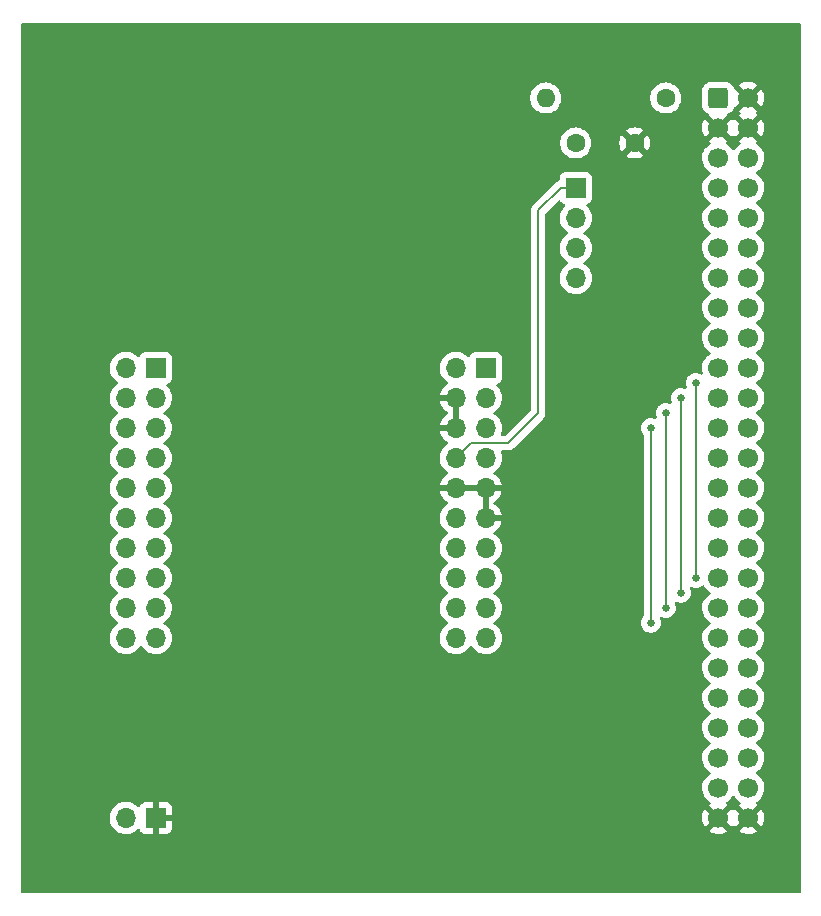
<source format=gtl>
G04 #@! TF.GenerationSoftware,KiCad,Pcbnew,6.0.4-6f826c9f35~116~ubuntu18.04.1*
G04 #@! TF.CreationDate,2023-06-15T12:53:14+01:00*
G04 #@! TF.ProjectId,sbc09_debugger,73626330-395f-4646-9562-75676765722e,rev?*
G04 #@! TF.SameCoordinates,Original*
G04 #@! TF.FileFunction,Copper,L1,Top*
G04 #@! TF.FilePolarity,Positive*
%FSLAX46Y46*%
G04 Gerber Fmt 4.6, Leading zero omitted, Abs format (unit mm)*
G04 Created by KiCad (PCBNEW 6.0.4-6f826c9f35~116~ubuntu18.04.1) date 2023-06-15 12:53:14*
%MOMM*%
%LPD*%
G01*
G04 APERTURE LIST*
G04 Aperture macros list*
%AMRoundRect*
0 Rectangle with rounded corners*
0 $1 Rounding radius*
0 $2 $3 $4 $5 $6 $7 $8 $9 X,Y pos of 4 corners*
0 Add a 4 corners polygon primitive as box body*
4,1,4,$2,$3,$4,$5,$6,$7,$8,$9,$2,$3,0*
0 Add four circle primitives for the rounded corners*
1,1,$1+$1,$2,$3*
1,1,$1+$1,$4,$5*
1,1,$1+$1,$6,$7*
1,1,$1+$1,$8,$9*
0 Add four rect primitives between the rounded corners*
20,1,$1+$1,$2,$3,$4,$5,0*
20,1,$1+$1,$4,$5,$6,$7,0*
20,1,$1+$1,$6,$7,$8,$9,0*
20,1,$1+$1,$8,$9,$2,$3,0*%
G04 Aperture macros list end*
G04 #@! TA.AperFunction,ComponentPad*
%ADD10R,1.700000X1.700000*%
G04 #@! TD*
G04 #@! TA.AperFunction,ComponentPad*
%ADD11O,1.700000X1.700000*%
G04 #@! TD*
G04 #@! TA.AperFunction,ComponentPad*
%ADD12C,1.600000*%
G04 #@! TD*
G04 #@! TA.AperFunction,ComponentPad*
%ADD13RoundRect,0.250000X-0.600000X-0.600000X0.600000X-0.600000X0.600000X0.600000X-0.600000X0.600000X0*%
G04 #@! TD*
G04 #@! TA.AperFunction,ComponentPad*
%ADD14C,1.700000*%
G04 #@! TD*
G04 #@! TA.AperFunction,ComponentPad*
%ADD15O,1.600000X1.600000*%
G04 #@! TD*
G04 #@! TA.AperFunction,ViaPad*
%ADD16C,0.660400*%
G04 #@! TD*
G04 #@! TA.AperFunction,Conductor*
%ADD17C,0.203200*%
G04 #@! TD*
G04 APERTURE END LIST*
D10*
X134620000Y-93980000D03*
D11*
X132080000Y-93980000D03*
X134620000Y-96520000D03*
X132080000Y-96520000D03*
X134620000Y-99060000D03*
X132080000Y-99060000D03*
X134620000Y-101600000D03*
X132080000Y-101600000D03*
X134620000Y-104140000D03*
X132080000Y-104140000D03*
X134620000Y-106680000D03*
X132080000Y-106680000D03*
X134620000Y-109220000D03*
X132080000Y-109220000D03*
X134620000Y-111760000D03*
X132080000Y-111760000D03*
X134620000Y-114300000D03*
X132080000Y-114300000D03*
X134620000Y-116840000D03*
X132080000Y-116840000D03*
D10*
X162560000Y-93980000D03*
D11*
X160020000Y-93980000D03*
X162560000Y-96520000D03*
X160020000Y-96520000D03*
X162560000Y-99060000D03*
X160020000Y-99060000D03*
X162560000Y-101600000D03*
X160020000Y-101600000D03*
X162560000Y-104140000D03*
X160020000Y-104140000D03*
X162560000Y-106680000D03*
X160020000Y-106680000D03*
X162560000Y-109220000D03*
X160020000Y-109220000D03*
X162560000Y-111760000D03*
X160020000Y-111760000D03*
X162560000Y-114300000D03*
X160020000Y-114300000D03*
X162560000Y-116840000D03*
X160020000Y-116840000D03*
D10*
X134620000Y-132080000D03*
D11*
X132080000Y-132080000D03*
D10*
X170180000Y-78740000D03*
D11*
X170180000Y-81280000D03*
X170180000Y-83820000D03*
X170180000Y-86360000D03*
D12*
X170180000Y-74930000D03*
X175180000Y-74930000D03*
D13*
X182245000Y-71120000D03*
D14*
X184785000Y-71120000D03*
X182245000Y-73660000D03*
X184785000Y-73660000D03*
X182245000Y-76200000D03*
X184785000Y-76200000D03*
X182245000Y-78740000D03*
X184785000Y-78740000D03*
X182245000Y-81280000D03*
X184785000Y-81280000D03*
X182245000Y-83820000D03*
X184785000Y-83820000D03*
X182245000Y-86360000D03*
X184785000Y-86360000D03*
X182245000Y-88900000D03*
X184785000Y-88900000D03*
X182245000Y-91440000D03*
X184785000Y-91440000D03*
X182245000Y-93980000D03*
X184785000Y-93980000D03*
X182245000Y-96520000D03*
X184785000Y-96520000D03*
X182245000Y-99060000D03*
X184785000Y-99060000D03*
X182245000Y-101600000D03*
X184785000Y-101600000D03*
X182245000Y-104140000D03*
X184785000Y-104140000D03*
X182245000Y-106680000D03*
X184785000Y-106680000D03*
X182245000Y-109220000D03*
X184785000Y-109220000D03*
X182245000Y-111760000D03*
X184785000Y-111760000D03*
X182245000Y-114300000D03*
X184785000Y-114300000D03*
X182245000Y-116840000D03*
X184785000Y-116840000D03*
X182245000Y-119380000D03*
X184785000Y-119380000D03*
X182245000Y-121920000D03*
X184785000Y-121920000D03*
X182245000Y-124460000D03*
X184785000Y-124460000D03*
X182245000Y-127000000D03*
X184785000Y-127000000D03*
X182245000Y-129540000D03*
X184785000Y-129540000D03*
X182245000Y-132080000D03*
X184785000Y-132080000D03*
D12*
X177800000Y-71120000D03*
D15*
X167640000Y-71120000D03*
D16*
X176530000Y-99060000D03*
X176530000Y-115570000D03*
X177800000Y-97790000D03*
X177800000Y-114300000D03*
X179070000Y-96520000D03*
X179070000Y-113030000D03*
X180340000Y-95250000D03*
X180340000Y-111760000D03*
D17*
X176530000Y-115570000D02*
X176530000Y-99060000D01*
X177800000Y-114300000D02*
X177800000Y-97790000D01*
X179070000Y-113030000D02*
X179070000Y-96520000D01*
X180340000Y-111760000D02*
X180340000Y-95250000D01*
X161290000Y-100330000D02*
X160020000Y-101600000D01*
X167005000Y-97790000D02*
X164465000Y-100330000D01*
X170180000Y-78740000D02*
X168910000Y-78740000D01*
X168910000Y-78740000D02*
X167005000Y-80645000D01*
X167005000Y-80645000D02*
X167005000Y-97790000D01*
X164465000Y-100330000D02*
X161290000Y-100330000D01*
G04 #@! TA.AperFunction,Conductor*
G36*
X189172121Y-64790002D02*
G01*
X189218614Y-64843658D01*
X189230000Y-64896000D01*
X189230000Y-138304000D01*
X189209998Y-138372121D01*
X189156342Y-138418614D01*
X189104000Y-138430000D01*
X123316000Y-138430000D01*
X123247879Y-138409998D01*
X123201386Y-138356342D01*
X123190000Y-138304000D01*
X123190000Y-132046695D01*
X130717251Y-132046695D01*
X130717548Y-132051848D01*
X130717548Y-132051851D01*
X130719910Y-132092812D01*
X130730110Y-132269715D01*
X130731247Y-132274761D01*
X130731248Y-132274767D01*
X130752275Y-132368069D01*
X130779222Y-132487639D01*
X130863266Y-132694616D01*
X130979987Y-132885088D01*
X131126250Y-133053938D01*
X131298126Y-133196632D01*
X131491000Y-133309338D01*
X131699692Y-133389030D01*
X131704760Y-133390061D01*
X131704763Y-133390062D01*
X131809604Y-133411392D01*
X131918597Y-133433567D01*
X131923772Y-133433757D01*
X131923774Y-133433757D01*
X132136673Y-133441564D01*
X132136677Y-133441564D01*
X132141837Y-133441753D01*
X132146957Y-133441097D01*
X132146959Y-133441097D01*
X132358288Y-133414025D01*
X132358289Y-133414025D01*
X132363416Y-133413368D01*
X132368366Y-133411883D01*
X132572429Y-133350661D01*
X132572434Y-133350659D01*
X132577384Y-133349174D01*
X132777994Y-133250896D01*
X132959860Y-133121173D01*
X133027331Y-133053938D01*
X133068479Y-133012933D01*
X133130851Y-132979017D01*
X133201658Y-132984205D01*
X133258419Y-133026851D01*
X133275401Y-133057954D01*
X133316676Y-133168054D01*
X133325214Y-133183649D01*
X133401715Y-133285724D01*
X133414276Y-133298285D01*
X133516351Y-133374786D01*
X133531946Y-133383324D01*
X133652394Y-133428478D01*
X133667649Y-133432105D01*
X133718514Y-133437631D01*
X133725328Y-133438000D01*
X134347885Y-133438000D01*
X134363124Y-133433525D01*
X134364329Y-133432135D01*
X134366000Y-133424452D01*
X134366000Y-133419884D01*
X134874000Y-133419884D01*
X134878475Y-133435123D01*
X134879865Y-133436328D01*
X134887548Y-133437999D01*
X135514669Y-133437999D01*
X135521490Y-133437629D01*
X135572352Y-133432105D01*
X135587604Y-133428479D01*
X135708054Y-133383324D01*
X135723649Y-133374786D01*
X135825724Y-133298285D01*
X135838285Y-133285724D01*
X135898894Y-133204853D01*
X181484977Y-133204853D01*
X181490258Y-133211907D01*
X181651756Y-133306279D01*
X181661042Y-133310729D01*
X181860001Y-133386703D01*
X181869899Y-133389579D01*
X182078595Y-133432038D01*
X182088823Y-133433257D01*
X182301650Y-133441062D01*
X182311936Y-133440595D01*
X182523185Y-133413534D01*
X182533262Y-133411392D01*
X182737255Y-133350191D01*
X182746842Y-133346433D01*
X182938098Y-133252738D01*
X182946944Y-133247465D01*
X182994247Y-133213723D01*
X183001211Y-133204853D01*
X184024977Y-133204853D01*
X184030258Y-133211907D01*
X184191756Y-133306279D01*
X184201042Y-133310729D01*
X184400001Y-133386703D01*
X184409899Y-133389579D01*
X184618595Y-133432038D01*
X184628823Y-133433257D01*
X184841650Y-133441062D01*
X184851936Y-133440595D01*
X185063185Y-133413534D01*
X185073262Y-133411392D01*
X185277255Y-133350191D01*
X185286842Y-133346433D01*
X185478098Y-133252738D01*
X185486944Y-133247465D01*
X185534247Y-133213723D01*
X185542648Y-133203023D01*
X185535660Y-133189870D01*
X184797812Y-132452022D01*
X184783868Y-132444408D01*
X184782035Y-132444539D01*
X184775420Y-132448790D01*
X184031737Y-133192473D01*
X184024977Y-133204853D01*
X183001211Y-133204853D01*
X183002648Y-133203023D01*
X182995660Y-133189870D01*
X182257812Y-132452022D01*
X182243868Y-132444408D01*
X182242035Y-132444539D01*
X182235420Y-132448790D01*
X181491737Y-133192473D01*
X181484977Y-133204853D01*
X135898894Y-133204853D01*
X135914786Y-133183649D01*
X135923324Y-133168054D01*
X135968478Y-133047606D01*
X135972105Y-133032351D01*
X135977631Y-132981486D01*
X135978000Y-132974672D01*
X135978000Y-132352115D01*
X135973525Y-132336876D01*
X135972135Y-132335671D01*
X135964452Y-132334000D01*
X134892115Y-132334000D01*
X134876876Y-132338475D01*
X134875671Y-132339865D01*
X134874000Y-132347548D01*
X134874000Y-133419884D01*
X134366000Y-133419884D01*
X134366000Y-132051863D01*
X180883050Y-132051863D01*
X180895309Y-132264477D01*
X180896745Y-132274697D01*
X180943565Y-132482446D01*
X180946645Y-132492275D01*
X181026770Y-132689603D01*
X181031413Y-132698794D01*
X181111460Y-132829420D01*
X181121916Y-132838880D01*
X181130694Y-132835096D01*
X181872978Y-132092812D01*
X181879356Y-132081132D01*
X182609408Y-132081132D01*
X182609539Y-132082965D01*
X182613790Y-132089580D01*
X183355474Y-132831264D01*
X183367484Y-132837823D01*
X183379223Y-132828855D01*
X183413022Y-132781819D01*
X183414149Y-132782629D01*
X183461659Y-132738881D01*
X183531596Y-132726661D01*
X183597038Y-132754191D01*
X183624870Y-132786029D01*
X183651459Y-132829419D01*
X183661916Y-132838880D01*
X183670694Y-132835096D01*
X184412978Y-132092812D01*
X184419356Y-132081132D01*
X185149408Y-132081132D01*
X185149539Y-132082965D01*
X185153790Y-132089580D01*
X185895474Y-132831264D01*
X185907484Y-132837823D01*
X185919223Y-132828855D01*
X185950004Y-132786019D01*
X185955315Y-132777180D01*
X186049670Y-132586267D01*
X186053469Y-132576672D01*
X186115376Y-132372915D01*
X186117555Y-132362834D01*
X186145590Y-132149887D01*
X186146109Y-132143212D01*
X186147572Y-132083364D01*
X186147378Y-132076646D01*
X186129781Y-131862604D01*
X186128096Y-131852424D01*
X186076214Y-131645875D01*
X186072894Y-131636124D01*
X185987972Y-131440814D01*
X185983105Y-131431739D01*
X185918063Y-131331197D01*
X185907377Y-131321995D01*
X185897812Y-131326398D01*
X185157022Y-132067188D01*
X185149408Y-132081132D01*
X184419356Y-132081132D01*
X184420592Y-132078868D01*
X184420461Y-132077035D01*
X184416210Y-132070420D01*
X183674849Y-131329059D01*
X183663313Y-131322759D01*
X183651028Y-131332384D01*
X183618192Y-131380520D01*
X183563281Y-131425523D01*
X183492756Y-131433694D01*
X183429009Y-131402440D01*
X183408311Y-131377955D01*
X183378062Y-131331197D01*
X183367377Y-131321995D01*
X183357812Y-131326398D01*
X182617022Y-132067188D01*
X182609408Y-132081132D01*
X181879356Y-132081132D01*
X181880592Y-132078868D01*
X181880461Y-132077035D01*
X181876210Y-132070420D01*
X181134849Y-131329059D01*
X181123313Y-131322759D01*
X181111031Y-131332382D01*
X181063089Y-131402662D01*
X181058004Y-131411613D01*
X180968338Y-131604783D01*
X180964775Y-131614470D01*
X180907864Y-131819681D01*
X180905933Y-131829800D01*
X180883302Y-132041574D01*
X180883050Y-132051863D01*
X134366000Y-132051863D01*
X134366000Y-131807885D01*
X134874000Y-131807885D01*
X134878475Y-131823124D01*
X134879865Y-131824329D01*
X134887548Y-131826000D01*
X135959884Y-131826000D01*
X135975123Y-131821525D01*
X135976328Y-131820135D01*
X135977999Y-131812452D01*
X135977999Y-131185331D01*
X135977629Y-131178510D01*
X135972105Y-131127648D01*
X135968479Y-131112396D01*
X135923324Y-130991946D01*
X135914786Y-130976351D01*
X135838285Y-130874276D01*
X135825724Y-130861715D01*
X135723649Y-130785214D01*
X135708054Y-130776676D01*
X135587606Y-130731522D01*
X135572351Y-130727895D01*
X135521486Y-130722369D01*
X135514672Y-130722000D01*
X134892115Y-130722000D01*
X134876876Y-130726475D01*
X134875671Y-130727865D01*
X134874000Y-130735548D01*
X134874000Y-131807885D01*
X134366000Y-131807885D01*
X134366000Y-130740116D01*
X134361525Y-130724877D01*
X134360135Y-130723672D01*
X134352452Y-130722001D01*
X133725331Y-130722001D01*
X133718510Y-130722371D01*
X133667648Y-130727895D01*
X133652396Y-130731521D01*
X133531946Y-130776676D01*
X133516351Y-130785214D01*
X133414276Y-130861715D01*
X133401715Y-130874276D01*
X133325214Y-130976351D01*
X133316676Y-130991946D01*
X133275297Y-131102322D01*
X133232655Y-131159087D01*
X133166093Y-131183786D01*
X133096744Y-131168578D01*
X133064121Y-131142891D01*
X133013151Y-131086876D01*
X133013148Y-131086873D01*
X133009670Y-131083051D01*
X133005619Y-131079852D01*
X133005615Y-131079848D01*
X132838414Y-130947800D01*
X132838410Y-130947798D01*
X132834359Y-130944598D01*
X132638789Y-130836638D01*
X132633920Y-130834914D01*
X132633916Y-130834912D01*
X132433087Y-130763795D01*
X132433083Y-130763794D01*
X132428212Y-130762069D01*
X132423119Y-130761162D01*
X132423116Y-130761161D01*
X132213373Y-130723800D01*
X132213367Y-130723799D01*
X132208284Y-130722894D01*
X132134452Y-130721992D01*
X131990081Y-130720228D01*
X131990079Y-130720228D01*
X131984911Y-130720165D01*
X131764091Y-130753955D01*
X131551756Y-130823357D01*
X131521443Y-130839137D01*
X131365479Y-130920327D01*
X131353607Y-130926507D01*
X131349474Y-130929610D01*
X131349471Y-130929612D01*
X131266450Y-130991946D01*
X131174965Y-131060635D01*
X131020629Y-131222138D01*
X130894743Y-131406680D01*
X130800688Y-131609305D01*
X130740989Y-131824570D01*
X130717251Y-132046695D01*
X123190000Y-132046695D01*
X123190000Y-116806695D01*
X130717251Y-116806695D01*
X130717548Y-116811848D01*
X130717548Y-116811851D01*
X130723011Y-116906590D01*
X130730110Y-117029715D01*
X130731247Y-117034761D01*
X130731248Y-117034767D01*
X130751119Y-117122939D01*
X130779222Y-117247639D01*
X130863266Y-117454616D01*
X130914019Y-117537438D01*
X130977291Y-117640688D01*
X130979987Y-117645088D01*
X131126250Y-117813938D01*
X131298126Y-117956632D01*
X131491000Y-118069338D01*
X131699692Y-118149030D01*
X131704760Y-118150061D01*
X131704763Y-118150062D01*
X131809466Y-118171364D01*
X131918597Y-118193567D01*
X131923772Y-118193757D01*
X131923774Y-118193757D01*
X132136673Y-118201564D01*
X132136677Y-118201564D01*
X132141837Y-118201753D01*
X132146957Y-118201097D01*
X132146959Y-118201097D01*
X132358288Y-118174025D01*
X132358289Y-118174025D01*
X132363416Y-118173368D01*
X132370096Y-118171364D01*
X132572429Y-118110661D01*
X132572434Y-118110659D01*
X132577384Y-118109174D01*
X132777994Y-118010896D01*
X132959860Y-117881173D01*
X133118096Y-117723489D01*
X133177594Y-117640689D01*
X133248453Y-117542077D01*
X133249776Y-117543028D01*
X133296645Y-117499857D01*
X133366580Y-117487625D01*
X133432026Y-117515144D01*
X133459875Y-117546994D01*
X133519987Y-117645088D01*
X133666250Y-117813938D01*
X133838126Y-117956632D01*
X134031000Y-118069338D01*
X134239692Y-118149030D01*
X134244760Y-118150061D01*
X134244763Y-118150062D01*
X134349466Y-118171364D01*
X134458597Y-118193567D01*
X134463772Y-118193757D01*
X134463774Y-118193757D01*
X134676673Y-118201564D01*
X134676677Y-118201564D01*
X134681837Y-118201753D01*
X134686957Y-118201097D01*
X134686959Y-118201097D01*
X134898288Y-118174025D01*
X134898289Y-118174025D01*
X134903416Y-118173368D01*
X134910096Y-118171364D01*
X135112429Y-118110661D01*
X135112434Y-118110659D01*
X135117384Y-118109174D01*
X135317994Y-118010896D01*
X135499860Y-117881173D01*
X135658096Y-117723489D01*
X135717594Y-117640689D01*
X135785435Y-117546277D01*
X135788453Y-117542077D01*
X135809320Y-117499857D01*
X135885136Y-117346453D01*
X135885137Y-117346451D01*
X135887430Y-117341811D01*
X135952370Y-117128069D01*
X135981529Y-116906590D01*
X135983156Y-116840000D01*
X135980418Y-116806695D01*
X158657251Y-116806695D01*
X158657548Y-116811848D01*
X158657548Y-116811851D01*
X158663011Y-116906590D01*
X158670110Y-117029715D01*
X158671247Y-117034761D01*
X158671248Y-117034767D01*
X158691119Y-117122939D01*
X158719222Y-117247639D01*
X158803266Y-117454616D01*
X158854019Y-117537438D01*
X158917291Y-117640688D01*
X158919987Y-117645088D01*
X159066250Y-117813938D01*
X159238126Y-117956632D01*
X159431000Y-118069338D01*
X159639692Y-118149030D01*
X159644760Y-118150061D01*
X159644763Y-118150062D01*
X159749466Y-118171364D01*
X159858597Y-118193567D01*
X159863772Y-118193757D01*
X159863774Y-118193757D01*
X160076673Y-118201564D01*
X160076677Y-118201564D01*
X160081837Y-118201753D01*
X160086957Y-118201097D01*
X160086959Y-118201097D01*
X160298288Y-118174025D01*
X160298289Y-118174025D01*
X160303416Y-118173368D01*
X160310096Y-118171364D01*
X160512429Y-118110661D01*
X160512434Y-118110659D01*
X160517384Y-118109174D01*
X160717994Y-118010896D01*
X160899860Y-117881173D01*
X161058096Y-117723489D01*
X161117594Y-117640689D01*
X161188453Y-117542077D01*
X161189776Y-117543028D01*
X161236645Y-117499857D01*
X161306580Y-117487625D01*
X161372026Y-117515144D01*
X161399875Y-117546994D01*
X161459987Y-117645088D01*
X161606250Y-117813938D01*
X161778126Y-117956632D01*
X161971000Y-118069338D01*
X162179692Y-118149030D01*
X162184760Y-118150061D01*
X162184763Y-118150062D01*
X162289466Y-118171364D01*
X162398597Y-118193567D01*
X162403772Y-118193757D01*
X162403774Y-118193757D01*
X162616673Y-118201564D01*
X162616677Y-118201564D01*
X162621837Y-118201753D01*
X162626957Y-118201097D01*
X162626959Y-118201097D01*
X162838288Y-118174025D01*
X162838289Y-118174025D01*
X162843416Y-118173368D01*
X162850096Y-118171364D01*
X163052429Y-118110661D01*
X163052434Y-118110659D01*
X163057384Y-118109174D01*
X163257994Y-118010896D01*
X163439860Y-117881173D01*
X163598096Y-117723489D01*
X163657594Y-117640689D01*
X163725435Y-117546277D01*
X163728453Y-117542077D01*
X163749320Y-117499857D01*
X163825136Y-117346453D01*
X163825137Y-117346451D01*
X163827430Y-117341811D01*
X163892370Y-117128069D01*
X163921529Y-116906590D01*
X163923156Y-116840000D01*
X163904852Y-116617361D01*
X163850431Y-116400702D01*
X163761354Y-116195840D01*
X163640014Y-116008277D01*
X163489670Y-115843051D01*
X163485619Y-115839852D01*
X163485615Y-115839848D01*
X163318414Y-115707800D01*
X163318410Y-115707798D01*
X163314359Y-115704598D01*
X163273053Y-115681796D01*
X163223084Y-115631364D01*
X163210031Y-115570000D01*
X175686680Y-115570000D01*
X175705109Y-115745336D01*
X175759589Y-115913009D01*
X175847740Y-116065691D01*
X175852158Y-116070598D01*
X175852159Y-116070599D01*
X175961287Y-116191798D01*
X175965709Y-116196709D01*
X176108340Y-116300337D01*
X176114369Y-116303021D01*
X176114372Y-116303023D01*
X176263364Y-116369358D01*
X176263367Y-116369359D01*
X176269400Y-116372045D01*
X176279995Y-116374297D01*
X176435392Y-116407328D01*
X176435396Y-116407328D01*
X176441849Y-116408700D01*
X176618151Y-116408700D01*
X176624604Y-116407328D01*
X176624608Y-116407328D01*
X176780005Y-116374297D01*
X176790600Y-116372045D01*
X176796633Y-116369359D01*
X176796636Y-116369358D01*
X176945628Y-116303023D01*
X176945631Y-116303021D01*
X176951660Y-116300337D01*
X177094291Y-116196709D01*
X177098713Y-116191798D01*
X177207841Y-116070599D01*
X177207842Y-116070598D01*
X177212260Y-116065691D01*
X177300411Y-115913009D01*
X177354891Y-115745336D01*
X177373320Y-115570000D01*
X177365491Y-115495516D01*
X177355581Y-115401228D01*
X177355581Y-115401227D01*
X177354891Y-115394664D01*
X177314396Y-115270031D01*
X177300411Y-115226991D01*
X177302938Y-115226170D01*
X177295068Y-115167534D01*
X177325167Y-115103233D01*
X177385250Y-115065412D01*
X177456244Y-115066079D01*
X177470851Y-115071525D01*
X177539400Y-115102045D01*
X177572074Y-115108990D01*
X177705392Y-115137328D01*
X177705396Y-115137328D01*
X177711849Y-115138700D01*
X177888151Y-115138700D01*
X177894604Y-115137328D01*
X177894608Y-115137328D01*
X178027926Y-115108990D01*
X178060600Y-115102045D01*
X178066633Y-115099359D01*
X178066636Y-115099358D01*
X178215628Y-115033023D01*
X178215631Y-115033021D01*
X178221660Y-115030337D01*
X178259248Y-115003028D01*
X178318667Y-114959857D01*
X178364291Y-114926709D01*
X178482260Y-114795691D01*
X178570411Y-114643009D01*
X178624891Y-114475336D01*
X178643320Y-114300000D01*
X178624891Y-114124664D01*
X178609522Y-114077361D01*
X178570411Y-113956991D01*
X178572938Y-113956170D01*
X178565068Y-113897534D01*
X178595167Y-113833233D01*
X178655250Y-113795412D01*
X178726244Y-113796079D01*
X178740851Y-113801525D01*
X178809400Y-113832045D01*
X178819995Y-113834297D01*
X178975392Y-113867328D01*
X178975396Y-113867328D01*
X178981849Y-113868700D01*
X179158151Y-113868700D01*
X179164604Y-113867328D01*
X179164608Y-113867328D01*
X179320005Y-113834297D01*
X179330600Y-113832045D01*
X179336633Y-113829359D01*
X179336636Y-113829358D01*
X179485628Y-113763023D01*
X179485631Y-113763021D01*
X179491660Y-113760337D01*
X179634291Y-113656709D01*
X179638713Y-113651798D01*
X179747841Y-113530599D01*
X179747842Y-113530598D01*
X179752260Y-113525691D01*
X179840411Y-113373009D01*
X179894891Y-113205336D01*
X179913320Y-113030000D01*
X179905491Y-112955516D01*
X179895581Y-112861228D01*
X179895581Y-112861227D01*
X179894891Y-112854664D01*
X179854396Y-112730031D01*
X179840411Y-112686991D01*
X179842938Y-112686170D01*
X179835068Y-112627534D01*
X179865167Y-112563233D01*
X179925250Y-112525412D01*
X179996244Y-112526079D01*
X180010851Y-112531525D01*
X180079400Y-112562045D01*
X180112074Y-112568990D01*
X180245392Y-112597328D01*
X180245396Y-112597328D01*
X180251849Y-112598700D01*
X180428151Y-112598700D01*
X180434604Y-112597328D01*
X180434608Y-112597328D01*
X180567926Y-112568990D01*
X180600600Y-112562045D01*
X180606633Y-112559359D01*
X180606636Y-112559358D01*
X180755628Y-112493023D01*
X180755631Y-112493021D01*
X180761660Y-112490337D01*
X180799248Y-112463028D01*
X180884927Y-112400778D01*
X180951795Y-112376920D01*
X181020946Y-112393000D01*
X181066421Y-112436880D01*
X181142287Y-112560683D01*
X181142291Y-112560688D01*
X181144987Y-112565088D01*
X181291250Y-112733938D01*
X181463126Y-112876632D01*
X181533595Y-112917811D01*
X181536445Y-112919476D01*
X181585169Y-112971114D01*
X181598240Y-113040897D01*
X181571509Y-113106669D01*
X181531055Y-113140027D01*
X181518607Y-113146507D01*
X181514474Y-113149610D01*
X181514471Y-113149612D01*
X181490247Y-113167800D01*
X181339965Y-113280635D01*
X181185629Y-113442138D01*
X181059743Y-113626680D01*
X181045804Y-113656709D01*
X180977291Y-113804309D01*
X180965688Y-113829305D01*
X180905989Y-114044570D01*
X180882251Y-114266695D01*
X180882548Y-114271848D01*
X180882548Y-114271851D01*
X180888011Y-114366590D01*
X180895110Y-114489715D01*
X180896247Y-114494761D01*
X180896248Y-114494767D01*
X180916119Y-114582939D01*
X180944222Y-114707639D01*
X181028266Y-114914616D01*
X181077015Y-114994167D01*
X181142291Y-115100688D01*
X181144987Y-115105088D01*
X181291250Y-115273938D01*
X181463126Y-115416632D01*
X181533595Y-115457811D01*
X181536445Y-115459476D01*
X181585169Y-115511114D01*
X181598240Y-115580897D01*
X181571509Y-115646669D01*
X181531055Y-115680027D01*
X181518607Y-115686507D01*
X181514474Y-115689610D01*
X181514471Y-115689612D01*
X181490247Y-115707800D01*
X181339965Y-115820635D01*
X181185629Y-115982138D01*
X181059743Y-116166680D01*
X180965688Y-116369305D01*
X180905989Y-116584570D01*
X180882251Y-116806695D01*
X180882548Y-116811848D01*
X180882548Y-116811851D01*
X180888011Y-116906590D01*
X180895110Y-117029715D01*
X180896247Y-117034761D01*
X180896248Y-117034767D01*
X180916119Y-117122939D01*
X180944222Y-117247639D01*
X181028266Y-117454616D01*
X181079019Y-117537438D01*
X181142291Y-117640688D01*
X181144987Y-117645088D01*
X181291250Y-117813938D01*
X181463126Y-117956632D01*
X181533595Y-117997811D01*
X181536445Y-117999476D01*
X181585169Y-118051114D01*
X181598240Y-118120897D01*
X181571509Y-118186669D01*
X181531055Y-118220027D01*
X181518607Y-118226507D01*
X181514474Y-118229610D01*
X181514471Y-118229612D01*
X181490247Y-118247800D01*
X181339965Y-118360635D01*
X181185629Y-118522138D01*
X181059743Y-118706680D01*
X180965688Y-118909305D01*
X180905989Y-119124570D01*
X180882251Y-119346695D01*
X180882548Y-119351848D01*
X180882548Y-119351851D01*
X180888011Y-119446590D01*
X180895110Y-119569715D01*
X180896247Y-119574761D01*
X180896248Y-119574767D01*
X180916119Y-119662939D01*
X180944222Y-119787639D01*
X181028266Y-119994616D01*
X181079019Y-120077438D01*
X181142291Y-120180688D01*
X181144987Y-120185088D01*
X181291250Y-120353938D01*
X181463126Y-120496632D01*
X181533595Y-120537811D01*
X181536445Y-120539476D01*
X181585169Y-120591114D01*
X181598240Y-120660897D01*
X181571509Y-120726669D01*
X181531055Y-120760027D01*
X181518607Y-120766507D01*
X181514474Y-120769610D01*
X181514471Y-120769612D01*
X181490247Y-120787800D01*
X181339965Y-120900635D01*
X181185629Y-121062138D01*
X181059743Y-121246680D01*
X180965688Y-121449305D01*
X180905989Y-121664570D01*
X180882251Y-121886695D01*
X180882548Y-121891848D01*
X180882548Y-121891851D01*
X180888011Y-121986590D01*
X180895110Y-122109715D01*
X180896247Y-122114761D01*
X180896248Y-122114767D01*
X180916119Y-122202939D01*
X180944222Y-122327639D01*
X181028266Y-122534616D01*
X181079019Y-122617438D01*
X181142291Y-122720688D01*
X181144987Y-122725088D01*
X181291250Y-122893938D01*
X181463126Y-123036632D01*
X181533595Y-123077811D01*
X181536445Y-123079476D01*
X181585169Y-123131114D01*
X181598240Y-123200897D01*
X181571509Y-123266669D01*
X181531055Y-123300027D01*
X181518607Y-123306507D01*
X181514474Y-123309610D01*
X181514471Y-123309612D01*
X181490247Y-123327800D01*
X181339965Y-123440635D01*
X181185629Y-123602138D01*
X181059743Y-123786680D01*
X180965688Y-123989305D01*
X180905989Y-124204570D01*
X180882251Y-124426695D01*
X180882548Y-124431848D01*
X180882548Y-124431851D01*
X180888011Y-124526590D01*
X180895110Y-124649715D01*
X180896247Y-124654761D01*
X180896248Y-124654767D01*
X180916119Y-124742939D01*
X180944222Y-124867639D01*
X181028266Y-125074616D01*
X181079019Y-125157438D01*
X181142291Y-125260688D01*
X181144987Y-125265088D01*
X181291250Y-125433938D01*
X181463126Y-125576632D01*
X181533595Y-125617811D01*
X181536445Y-125619476D01*
X181585169Y-125671114D01*
X181598240Y-125740897D01*
X181571509Y-125806669D01*
X181531055Y-125840027D01*
X181518607Y-125846507D01*
X181514474Y-125849610D01*
X181514471Y-125849612D01*
X181490247Y-125867800D01*
X181339965Y-125980635D01*
X181185629Y-126142138D01*
X181059743Y-126326680D01*
X180965688Y-126529305D01*
X180905989Y-126744570D01*
X180882251Y-126966695D01*
X180882548Y-126971848D01*
X180882548Y-126971851D01*
X180888011Y-127066590D01*
X180895110Y-127189715D01*
X180896247Y-127194761D01*
X180896248Y-127194767D01*
X180916119Y-127282939D01*
X180944222Y-127407639D01*
X181028266Y-127614616D01*
X181079019Y-127697438D01*
X181142291Y-127800688D01*
X181144987Y-127805088D01*
X181291250Y-127973938D01*
X181463126Y-128116632D01*
X181533595Y-128157811D01*
X181536445Y-128159476D01*
X181585169Y-128211114D01*
X181598240Y-128280897D01*
X181571509Y-128346669D01*
X181531055Y-128380027D01*
X181518607Y-128386507D01*
X181514474Y-128389610D01*
X181514471Y-128389612D01*
X181490247Y-128407800D01*
X181339965Y-128520635D01*
X181185629Y-128682138D01*
X181059743Y-128866680D01*
X180965688Y-129069305D01*
X180905989Y-129284570D01*
X180882251Y-129506695D01*
X180882548Y-129511848D01*
X180882548Y-129511851D01*
X180888011Y-129606590D01*
X180895110Y-129729715D01*
X180896247Y-129734761D01*
X180896248Y-129734767D01*
X180916119Y-129822939D01*
X180944222Y-129947639D01*
X181028266Y-130154616D01*
X181079019Y-130237438D01*
X181142291Y-130340688D01*
X181144987Y-130345088D01*
X181291250Y-130513938D01*
X181463126Y-130656632D01*
X181536955Y-130699774D01*
X181585679Y-130751412D01*
X181598750Y-130821195D01*
X181572019Y-130886967D01*
X181531562Y-130920327D01*
X181523460Y-130924544D01*
X181514734Y-130930039D01*
X181494677Y-130945099D01*
X181486223Y-130956427D01*
X181492968Y-130968758D01*
X182232188Y-131707978D01*
X182246132Y-131715592D01*
X182247965Y-131715461D01*
X182254580Y-131711210D01*
X182998389Y-130967401D01*
X183005410Y-130954544D01*
X182998611Y-130945213D01*
X182994559Y-130942521D01*
X182957602Y-130922120D01*
X182907631Y-130871687D01*
X182892859Y-130802245D01*
X182917975Y-130735839D01*
X182945327Y-130709232D01*
X182968797Y-130692491D01*
X183124860Y-130581173D01*
X183283096Y-130423489D01*
X183342594Y-130340689D01*
X183413453Y-130242077D01*
X183414776Y-130243028D01*
X183461645Y-130199857D01*
X183531580Y-130187625D01*
X183597026Y-130215144D01*
X183624875Y-130246994D01*
X183684987Y-130345088D01*
X183831250Y-130513938D01*
X184003126Y-130656632D01*
X184076955Y-130699774D01*
X184125679Y-130751412D01*
X184138750Y-130821195D01*
X184112019Y-130886967D01*
X184071562Y-130920327D01*
X184063460Y-130924544D01*
X184054734Y-130930039D01*
X184034677Y-130945099D01*
X184026223Y-130956427D01*
X184032968Y-130968758D01*
X184772188Y-131707978D01*
X184786132Y-131715592D01*
X184787965Y-131715461D01*
X184794580Y-131711210D01*
X185538389Y-130967401D01*
X185545410Y-130954544D01*
X185538611Y-130945213D01*
X185534559Y-130942521D01*
X185497602Y-130922120D01*
X185447631Y-130871687D01*
X185432859Y-130802245D01*
X185457975Y-130735839D01*
X185485327Y-130709232D01*
X185508797Y-130692491D01*
X185664860Y-130581173D01*
X185823096Y-130423489D01*
X185882594Y-130340689D01*
X185950435Y-130246277D01*
X185953453Y-130242077D01*
X185974320Y-130199857D01*
X186050136Y-130046453D01*
X186050137Y-130046451D01*
X186052430Y-130041811D01*
X186117370Y-129828069D01*
X186146529Y-129606590D01*
X186148156Y-129540000D01*
X186129852Y-129317361D01*
X186075431Y-129100702D01*
X185986354Y-128895840D01*
X185865014Y-128708277D01*
X185714670Y-128543051D01*
X185710619Y-128539852D01*
X185710615Y-128539848D01*
X185543414Y-128407800D01*
X185543410Y-128407798D01*
X185539359Y-128404598D01*
X185498053Y-128381796D01*
X185448084Y-128331364D01*
X185433312Y-128261921D01*
X185458428Y-128195516D01*
X185485780Y-128168909D01*
X185529603Y-128137650D01*
X185664860Y-128041173D01*
X185823096Y-127883489D01*
X185882594Y-127800689D01*
X185950435Y-127706277D01*
X185953453Y-127702077D01*
X185974320Y-127659857D01*
X186050136Y-127506453D01*
X186050137Y-127506451D01*
X186052430Y-127501811D01*
X186117370Y-127288069D01*
X186146529Y-127066590D01*
X186148156Y-127000000D01*
X186129852Y-126777361D01*
X186075431Y-126560702D01*
X185986354Y-126355840D01*
X185865014Y-126168277D01*
X185714670Y-126003051D01*
X185710619Y-125999852D01*
X185710615Y-125999848D01*
X185543414Y-125867800D01*
X185543410Y-125867798D01*
X185539359Y-125864598D01*
X185498053Y-125841796D01*
X185448084Y-125791364D01*
X185433312Y-125721921D01*
X185458428Y-125655516D01*
X185485780Y-125628909D01*
X185529603Y-125597650D01*
X185664860Y-125501173D01*
X185823096Y-125343489D01*
X185882594Y-125260689D01*
X185950435Y-125166277D01*
X185953453Y-125162077D01*
X185974320Y-125119857D01*
X186050136Y-124966453D01*
X186050137Y-124966451D01*
X186052430Y-124961811D01*
X186117370Y-124748069D01*
X186146529Y-124526590D01*
X186148156Y-124460000D01*
X186129852Y-124237361D01*
X186075431Y-124020702D01*
X185986354Y-123815840D01*
X185865014Y-123628277D01*
X185714670Y-123463051D01*
X185710619Y-123459852D01*
X185710615Y-123459848D01*
X185543414Y-123327800D01*
X185543410Y-123327798D01*
X185539359Y-123324598D01*
X185498053Y-123301796D01*
X185448084Y-123251364D01*
X185433312Y-123181921D01*
X185458428Y-123115516D01*
X185485780Y-123088909D01*
X185529603Y-123057650D01*
X185664860Y-122961173D01*
X185823096Y-122803489D01*
X185882594Y-122720689D01*
X185950435Y-122626277D01*
X185953453Y-122622077D01*
X185974320Y-122579857D01*
X186050136Y-122426453D01*
X186050137Y-122426451D01*
X186052430Y-122421811D01*
X186117370Y-122208069D01*
X186146529Y-121986590D01*
X186148156Y-121920000D01*
X186129852Y-121697361D01*
X186075431Y-121480702D01*
X185986354Y-121275840D01*
X185865014Y-121088277D01*
X185714670Y-120923051D01*
X185710619Y-120919852D01*
X185710615Y-120919848D01*
X185543414Y-120787800D01*
X185543410Y-120787798D01*
X185539359Y-120784598D01*
X185498053Y-120761796D01*
X185448084Y-120711364D01*
X185433312Y-120641921D01*
X185458428Y-120575516D01*
X185485780Y-120548909D01*
X185529603Y-120517650D01*
X185664860Y-120421173D01*
X185823096Y-120263489D01*
X185882594Y-120180689D01*
X185950435Y-120086277D01*
X185953453Y-120082077D01*
X185974320Y-120039857D01*
X186050136Y-119886453D01*
X186050137Y-119886451D01*
X186052430Y-119881811D01*
X186117370Y-119668069D01*
X186146529Y-119446590D01*
X186148156Y-119380000D01*
X186129852Y-119157361D01*
X186075431Y-118940702D01*
X185986354Y-118735840D01*
X185865014Y-118548277D01*
X185714670Y-118383051D01*
X185710619Y-118379852D01*
X185710615Y-118379848D01*
X185543414Y-118247800D01*
X185543410Y-118247798D01*
X185539359Y-118244598D01*
X185498053Y-118221796D01*
X185448084Y-118171364D01*
X185433312Y-118101921D01*
X185458428Y-118035516D01*
X185485780Y-118008909D01*
X185529603Y-117977650D01*
X185664860Y-117881173D01*
X185823096Y-117723489D01*
X185882594Y-117640689D01*
X185950435Y-117546277D01*
X185953453Y-117542077D01*
X185974320Y-117499857D01*
X186050136Y-117346453D01*
X186050137Y-117346451D01*
X186052430Y-117341811D01*
X186117370Y-117128069D01*
X186146529Y-116906590D01*
X186148156Y-116840000D01*
X186129852Y-116617361D01*
X186075431Y-116400702D01*
X185986354Y-116195840D01*
X185865014Y-116008277D01*
X185714670Y-115843051D01*
X185710619Y-115839852D01*
X185710615Y-115839848D01*
X185543414Y-115707800D01*
X185543410Y-115707798D01*
X185539359Y-115704598D01*
X185498053Y-115681796D01*
X185448084Y-115631364D01*
X185433312Y-115561921D01*
X185458428Y-115495516D01*
X185485780Y-115468909D01*
X185529603Y-115437650D01*
X185664860Y-115341173D01*
X185823096Y-115183489D01*
X185880766Y-115103233D01*
X185950435Y-115006277D01*
X185953453Y-115002077D01*
X185957363Y-114994167D01*
X186050136Y-114806453D01*
X186050137Y-114806451D01*
X186052430Y-114801811D01*
X186100678Y-114643009D01*
X186115865Y-114593023D01*
X186115865Y-114593021D01*
X186117370Y-114588069D01*
X186146529Y-114366590D01*
X186148156Y-114300000D01*
X186129852Y-114077361D01*
X186075431Y-113860702D01*
X185986354Y-113655840D01*
X185865014Y-113468277D01*
X185714670Y-113303051D01*
X185710619Y-113299852D01*
X185710615Y-113299848D01*
X185543414Y-113167800D01*
X185543410Y-113167798D01*
X185539359Y-113164598D01*
X185498053Y-113141796D01*
X185448084Y-113091364D01*
X185433312Y-113021921D01*
X185458428Y-112955516D01*
X185485780Y-112928909D01*
X185529603Y-112897650D01*
X185664860Y-112801173D01*
X185823096Y-112643489D01*
X185880766Y-112563233D01*
X185950435Y-112466277D01*
X185953453Y-112462077D01*
X185957363Y-112454167D01*
X186050136Y-112266453D01*
X186050137Y-112266451D01*
X186052430Y-112261811D01*
X186117370Y-112048069D01*
X186146529Y-111826590D01*
X186148156Y-111760000D01*
X186129852Y-111537361D01*
X186075431Y-111320702D01*
X185986354Y-111115840D01*
X185865014Y-110928277D01*
X185714670Y-110763051D01*
X185710619Y-110759852D01*
X185710615Y-110759848D01*
X185543414Y-110627800D01*
X185543410Y-110627798D01*
X185539359Y-110624598D01*
X185498053Y-110601796D01*
X185448084Y-110551364D01*
X185433312Y-110481921D01*
X185458428Y-110415516D01*
X185485780Y-110388909D01*
X185529603Y-110357650D01*
X185664860Y-110261173D01*
X185823096Y-110103489D01*
X185882594Y-110020689D01*
X185950435Y-109926277D01*
X185953453Y-109922077D01*
X185974320Y-109879857D01*
X186050136Y-109726453D01*
X186050137Y-109726451D01*
X186052430Y-109721811D01*
X186117370Y-109508069D01*
X186146529Y-109286590D01*
X186148156Y-109220000D01*
X186129852Y-108997361D01*
X186075431Y-108780702D01*
X185986354Y-108575840D01*
X185865014Y-108388277D01*
X185714670Y-108223051D01*
X185710619Y-108219852D01*
X185710615Y-108219848D01*
X185543414Y-108087800D01*
X185543410Y-108087798D01*
X185539359Y-108084598D01*
X185498053Y-108061796D01*
X185448084Y-108011364D01*
X185433312Y-107941921D01*
X185458428Y-107875516D01*
X185485780Y-107848909D01*
X185529603Y-107817650D01*
X185664860Y-107721173D01*
X185823096Y-107563489D01*
X185882594Y-107480689D01*
X185950435Y-107386277D01*
X185953453Y-107382077D01*
X185966995Y-107354678D01*
X186050136Y-107186453D01*
X186050137Y-107186451D01*
X186052430Y-107181811D01*
X186117370Y-106968069D01*
X186146529Y-106746590D01*
X186148156Y-106680000D01*
X186129852Y-106457361D01*
X186075431Y-106240702D01*
X185986354Y-106035840D01*
X185865014Y-105848277D01*
X185714670Y-105683051D01*
X185710619Y-105679852D01*
X185710615Y-105679848D01*
X185543414Y-105547800D01*
X185543410Y-105547798D01*
X185539359Y-105544598D01*
X185498053Y-105521796D01*
X185448084Y-105471364D01*
X185433312Y-105401921D01*
X185458428Y-105335516D01*
X185485780Y-105308909D01*
X185529603Y-105277650D01*
X185664860Y-105181173D01*
X185823096Y-105023489D01*
X185882594Y-104940689D01*
X185950435Y-104846277D01*
X185953453Y-104842077D01*
X185974320Y-104799857D01*
X186050136Y-104646453D01*
X186050137Y-104646451D01*
X186052430Y-104641811D01*
X186117370Y-104428069D01*
X186146529Y-104206590D01*
X186148156Y-104140000D01*
X186129852Y-103917361D01*
X186075431Y-103700702D01*
X185986354Y-103495840D01*
X185865014Y-103308277D01*
X185714670Y-103143051D01*
X185710619Y-103139852D01*
X185710615Y-103139848D01*
X185543414Y-103007800D01*
X185543410Y-103007798D01*
X185539359Y-103004598D01*
X185498053Y-102981796D01*
X185448084Y-102931364D01*
X185433312Y-102861921D01*
X185458428Y-102795516D01*
X185485780Y-102768909D01*
X185529603Y-102737650D01*
X185664860Y-102641173D01*
X185823096Y-102483489D01*
X185882594Y-102400689D01*
X185950435Y-102306277D01*
X185953453Y-102302077D01*
X185974320Y-102259857D01*
X186050136Y-102106453D01*
X186050137Y-102106451D01*
X186052430Y-102101811D01*
X186117370Y-101888069D01*
X186146529Y-101666590D01*
X186148156Y-101600000D01*
X186129852Y-101377361D01*
X186075431Y-101160702D01*
X185986354Y-100955840D01*
X185940286Y-100884629D01*
X185867822Y-100772617D01*
X185867820Y-100772614D01*
X185865014Y-100768277D01*
X185714670Y-100603051D01*
X185710619Y-100599852D01*
X185710615Y-100599848D01*
X185543414Y-100467800D01*
X185543410Y-100467798D01*
X185539359Y-100464598D01*
X185498053Y-100441796D01*
X185448084Y-100391364D01*
X185433312Y-100321921D01*
X185458428Y-100255516D01*
X185485780Y-100228909D01*
X185529603Y-100197650D01*
X185664860Y-100101173D01*
X185823096Y-99943489D01*
X185882594Y-99860689D01*
X185950435Y-99766277D01*
X185953453Y-99762077D01*
X185973703Y-99721105D01*
X186050136Y-99566453D01*
X186050137Y-99566451D01*
X186052430Y-99561811D01*
X186100678Y-99403009D01*
X186115865Y-99353023D01*
X186115865Y-99353021D01*
X186117370Y-99348069D01*
X186146529Y-99126590D01*
X186148156Y-99060000D01*
X186129852Y-98837361D01*
X186075431Y-98620702D01*
X185986354Y-98415840D01*
X185883445Y-98256767D01*
X185867822Y-98232617D01*
X185867820Y-98232614D01*
X185865014Y-98228277D01*
X185714670Y-98063051D01*
X185710619Y-98059852D01*
X185710615Y-98059848D01*
X185543414Y-97927800D01*
X185543410Y-97927798D01*
X185539359Y-97924598D01*
X185498053Y-97901796D01*
X185448084Y-97851364D01*
X185433312Y-97781921D01*
X185458428Y-97715516D01*
X185485780Y-97688909D01*
X185529603Y-97657650D01*
X185664860Y-97561173D01*
X185823096Y-97403489D01*
X185882594Y-97320689D01*
X185950435Y-97226277D01*
X185953453Y-97222077D01*
X185966995Y-97194678D01*
X186050136Y-97026453D01*
X186050137Y-97026451D01*
X186052430Y-97021811D01*
X186084900Y-96914940D01*
X186115865Y-96813023D01*
X186115865Y-96813021D01*
X186117370Y-96808069D01*
X186146529Y-96586590D01*
X186148156Y-96520000D01*
X186129852Y-96297361D01*
X186075431Y-96080702D01*
X185986354Y-95875840D01*
X185883445Y-95716767D01*
X185867822Y-95692617D01*
X185867820Y-95692614D01*
X185865014Y-95688277D01*
X185714670Y-95523051D01*
X185710619Y-95519852D01*
X185710615Y-95519848D01*
X185543414Y-95387800D01*
X185543410Y-95387798D01*
X185539359Y-95384598D01*
X185498053Y-95361796D01*
X185448084Y-95311364D01*
X185433312Y-95241921D01*
X185458428Y-95175516D01*
X185485780Y-95148909D01*
X185529603Y-95117650D01*
X185664860Y-95021173D01*
X185672453Y-95013607D01*
X185759124Y-94927238D01*
X185823096Y-94863489D01*
X185882594Y-94780689D01*
X185950435Y-94686277D01*
X185953453Y-94682077D01*
X185974320Y-94639857D01*
X186050136Y-94486453D01*
X186050137Y-94486451D01*
X186052430Y-94481811D01*
X186117370Y-94268069D01*
X186146529Y-94046590D01*
X186148156Y-93980000D01*
X186129852Y-93757361D01*
X186075431Y-93540702D01*
X185986354Y-93335840D01*
X185865014Y-93148277D01*
X185714670Y-92983051D01*
X185710619Y-92979852D01*
X185710615Y-92979848D01*
X185543414Y-92847800D01*
X185543410Y-92847798D01*
X185539359Y-92844598D01*
X185498053Y-92821796D01*
X185448084Y-92771364D01*
X185433312Y-92701921D01*
X185458428Y-92635516D01*
X185485780Y-92608909D01*
X185529603Y-92577650D01*
X185664860Y-92481173D01*
X185823096Y-92323489D01*
X185882594Y-92240689D01*
X185950435Y-92146277D01*
X185953453Y-92142077D01*
X185974320Y-92099857D01*
X186050136Y-91946453D01*
X186050137Y-91946451D01*
X186052430Y-91941811D01*
X186117370Y-91728069D01*
X186146529Y-91506590D01*
X186148156Y-91440000D01*
X186129852Y-91217361D01*
X186075431Y-91000702D01*
X185986354Y-90795840D01*
X185865014Y-90608277D01*
X185714670Y-90443051D01*
X185710619Y-90439852D01*
X185710615Y-90439848D01*
X185543414Y-90307800D01*
X185543410Y-90307798D01*
X185539359Y-90304598D01*
X185498053Y-90281796D01*
X185448084Y-90231364D01*
X185433312Y-90161921D01*
X185458428Y-90095516D01*
X185485780Y-90068909D01*
X185529603Y-90037650D01*
X185664860Y-89941173D01*
X185823096Y-89783489D01*
X185882594Y-89700689D01*
X185950435Y-89606277D01*
X185953453Y-89602077D01*
X185974320Y-89559857D01*
X186050136Y-89406453D01*
X186050137Y-89406451D01*
X186052430Y-89401811D01*
X186117370Y-89188069D01*
X186146529Y-88966590D01*
X186148156Y-88900000D01*
X186129852Y-88677361D01*
X186075431Y-88460702D01*
X185986354Y-88255840D01*
X185865014Y-88068277D01*
X185714670Y-87903051D01*
X185710619Y-87899852D01*
X185710615Y-87899848D01*
X185543414Y-87767800D01*
X185543410Y-87767798D01*
X185539359Y-87764598D01*
X185498053Y-87741796D01*
X185448084Y-87691364D01*
X185433312Y-87621921D01*
X185458428Y-87555516D01*
X185485780Y-87528909D01*
X185529603Y-87497650D01*
X185664860Y-87401173D01*
X185823096Y-87243489D01*
X185882594Y-87160689D01*
X185950435Y-87066277D01*
X185953453Y-87062077D01*
X185974320Y-87019857D01*
X186050136Y-86866453D01*
X186050137Y-86866451D01*
X186052430Y-86861811D01*
X186117370Y-86648069D01*
X186146529Y-86426590D01*
X186148156Y-86360000D01*
X186129852Y-86137361D01*
X186075431Y-85920702D01*
X185986354Y-85715840D01*
X185865014Y-85528277D01*
X185714670Y-85363051D01*
X185710619Y-85359852D01*
X185710615Y-85359848D01*
X185543414Y-85227800D01*
X185543410Y-85227798D01*
X185539359Y-85224598D01*
X185498053Y-85201796D01*
X185448084Y-85151364D01*
X185433312Y-85081921D01*
X185458428Y-85015516D01*
X185485780Y-84988909D01*
X185529603Y-84957650D01*
X185664860Y-84861173D01*
X185823096Y-84703489D01*
X185882594Y-84620689D01*
X185950435Y-84526277D01*
X185953453Y-84522077D01*
X185974320Y-84479857D01*
X186050136Y-84326453D01*
X186050137Y-84326451D01*
X186052430Y-84321811D01*
X186117370Y-84108069D01*
X186146529Y-83886590D01*
X186148156Y-83820000D01*
X186129852Y-83597361D01*
X186075431Y-83380702D01*
X185986354Y-83175840D01*
X185865014Y-82988277D01*
X185714670Y-82823051D01*
X185710619Y-82819852D01*
X185710615Y-82819848D01*
X185543414Y-82687800D01*
X185543410Y-82687798D01*
X185539359Y-82684598D01*
X185498053Y-82661796D01*
X185448084Y-82611364D01*
X185433312Y-82541921D01*
X185458428Y-82475516D01*
X185485780Y-82448909D01*
X185529603Y-82417650D01*
X185664860Y-82321173D01*
X185823096Y-82163489D01*
X185882594Y-82080689D01*
X185950435Y-81986277D01*
X185953453Y-81982077D01*
X185974320Y-81939857D01*
X186050136Y-81786453D01*
X186050137Y-81786451D01*
X186052430Y-81781811D01*
X186117370Y-81568069D01*
X186146529Y-81346590D01*
X186148156Y-81280000D01*
X186129852Y-81057361D01*
X186075431Y-80840702D01*
X185986354Y-80635840D01*
X185915879Y-80526902D01*
X185867822Y-80452617D01*
X185867820Y-80452614D01*
X185865014Y-80448277D01*
X185714670Y-80283051D01*
X185710619Y-80279852D01*
X185710615Y-80279848D01*
X185543414Y-80147800D01*
X185543410Y-80147798D01*
X185539359Y-80144598D01*
X185498053Y-80121796D01*
X185448084Y-80071364D01*
X185433312Y-80001921D01*
X185458428Y-79935516D01*
X185485780Y-79908909D01*
X185529603Y-79877650D01*
X185664860Y-79781173D01*
X185823096Y-79623489D01*
X185882594Y-79540689D01*
X185950435Y-79446277D01*
X185953453Y-79442077D01*
X185974320Y-79399857D01*
X186050136Y-79246453D01*
X186050137Y-79246451D01*
X186052430Y-79241811D01*
X186117370Y-79028069D01*
X186146529Y-78806590D01*
X186148156Y-78740000D01*
X186129852Y-78517361D01*
X186075431Y-78300702D01*
X185986354Y-78095840D01*
X185865014Y-77908277D01*
X185714670Y-77743051D01*
X185710619Y-77739852D01*
X185710615Y-77739848D01*
X185543414Y-77607800D01*
X185543410Y-77607798D01*
X185539359Y-77604598D01*
X185498053Y-77581796D01*
X185448084Y-77531364D01*
X185433312Y-77461921D01*
X185458428Y-77395516D01*
X185485780Y-77368909D01*
X185529603Y-77337650D01*
X185664860Y-77241173D01*
X185823096Y-77083489D01*
X185882594Y-77000689D01*
X185950435Y-76906277D01*
X185953453Y-76902077D01*
X185974320Y-76859857D01*
X186050136Y-76706453D01*
X186050137Y-76706451D01*
X186052430Y-76701811D01*
X186117370Y-76488069D01*
X186146529Y-76266590D01*
X186148156Y-76200000D01*
X186129852Y-75977361D01*
X186075431Y-75760702D01*
X185986354Y-75555840D01*
X185946906Y-75494862D01*
X185867822Y-75372617D01*
X185867820Y-75372614D01*
X185865014Y-75368277D01*
X185714670Y-75203051D01*
X185710619Y-75199852D01*
X185710615Y-75199848D01*
X185543414Y-75067800D01*
X185543410Y-75067798D01*
X185539359Y-75064598D01*
X185497569Y-75041529D01*
X185447598Y-74991097D01*
X185432826Y-74921654D01*
X185457942Y-74855248D01*
X185485293Y-74828642D01*
X185534247Y-74793723D01*
X185542648Y-74783023D01*
X185535660Y-74769870D01*
X184797812Y-74032022D01*
X184783868Y-74024408D01*
X184782035Y-74024539D01*
X184775420Y-74028790D01*
X184031737Y-74772473D01*
X184024977Y-74784853D01*
X184030258Y-74791907D01*
X184076969Y-74819203D01*
X184125693Y-74870841D01*
X184138764Y-74940624D01*
X184112033Y-75006396D01*
X184071584Y-75039752D01*
X184058607Y-75046507D01*
X184054474Y-75049610D01*
X184054471Y-75049612D01*
X183909996Y-75158087D01*
X183879965Y-75180635D01*
X183725629Y-75342138D01*
X183618201Y-75499621D01*
X183563293Y-75544621D01*
X183492768Y-75552792D01*
X183429021Y-75521538D01*
X183408324Y-75497054D01*
X183327822Y-75372617D01*
X183327820Y-75372614D01*
X183325014Y-75368277D01*
X183174670Y-75203051D01*
X183170619Y-75199852D01*
X183170615Y-75199848D01*
X183003414Y-75067800D01*
X183003410Y-75067798D01*
X182999359Y-75064598D01*
X182957569Y-75041529D01*
X182907598Y-74991097D01*
X182892826Y-74921654D01*
X182917942Y-74855248D01*
X182945293Y-74828642D01*
X182994247Y-74793723D01*
X183002648Y-74783023D01*
X182995660Y-74769870D01*
X182257812Y-74032022D01*
X182243868Y-74024408D01*
X182242035Y-74024539D01*
X182235420Y-74028790D01*
X181491737Y-74772473D01*
X181484977Y-74784853D01*
X181490258Y-74791907D01*
X181536969Y-74819203D01*
X181585693Y-74870841D01*
X181598764Y-74940624D01*
X181572033Y-75006396D01*
X181531584Y-75039752D01*
X181518607Y-75046507D01*
X181514474Y-75049610D01*
X181514471Y-75049612D01*
X181369996Y-75158087D01*
X181339965Y-75180635D01*
X181185629Y-75342138D01*
X181182720Y-75346403D01*
X181182714Y-75346411D01*
X181156919Y-75384225D01*
X181059743Y-75526680D01*
X181012715Y-75627993D01*
X181006116Y-75642211D01*
X180965688Y-75729305D01*
X180905989Y-75944570D01*
X180882251Y-76166695D01*
X180882548Y-76171848D01*
X180882548Y-76171851D01*
X180888011Y-76266590D01*
X180895110Y-76389715D01*
X180896247Y-76394761D01*
X180896248Y-76394767D01*
X180916119Y-76482939D01*
X180944222Y-76607639D01*
X181028266Y-76814616D01*
X181079019Y-76897438D01*
X181142291Y-77000688D01*
X181144987Y-77005088D01*
X181291250Y-77173938D01*
X181463126Y-77316632D01*
X181533595Y-77357811D01*
X181536445Y-77359476D01*
X181585169Y-77411114D01*
X181598240Y-77480897D01*
X181571509Y-77546669D01*
X181531055Y-77580027D01*
X181518607Y-77586507D01*
X181514474Y-77589610D01*
X181514471Y-77589612D01*
X181344100Y-77717530D01*
X181339965Y-77720635D01*
X181185629Y-77882138D01*
X181059743Y-78066680D01*
X181044003Y-78100590D01*
X180972749Y-78254094D01*
X180965688Y-78269305D01*
X180905989Y-78484570D01*
X180882251Y-78706695D01*
X180882548Y-78711848D01*
X180882548Y-78711851D01*
X180888011Y-78806590D01*
X180895110Y-78929715D01*
X180896247Y-78934761D01*
X180896248Y-78934767D01*
X180916119Y-79022939D01*
X180944222Y-79147639D01*
X181028266Y-79354616D01*
X181079019Y-79437438D01*
X181142291Y-79540688D01*
X181144987Y-79545088D01*
X181291250Y-79713938D01*
X181463126Y-79856632D01*
X181533595Y-79897811D01*
X181536445Y-79899476D01*
X181585169Y-79951114D01*
X181598240Y-80020897D01*
X181571509Y-80086669D01*
X181531055Y-80120027D01*
X181518607Y-80126507D01*
X181514474Y-80129610D01*
X181514471Y-80129612D01*
X181344100Y-80257530D01*
X181339965Y-80260635D01*
X181185629Y-80422138D01*
X181182720Y-80426403D01*
X181182714Y-80426411D01*
X181145295Y-80481266D01*
X181059743Y-80606680D01*
X180965688Y-80809305D01*
X180905989Y-81024570D01*
X180882251Y-81246695D01*
X180882548Y-81251848D01*
X180882548Y-81251851D01*
X180888011Y-81346590D01*
X180895110Y-81469715D01*
X180896247Y-81474761D01*
X180896248Y-81474767D01*
X180916119Y-81562939D01*
X180944222Y-81687639D01*
X181028266Y-81894616D01*
X181079019Y-81977438D01*
X181142291Y-82080688D01*
X181144987Y-82085088D01*
X181291250Y-82253938D01*
X181463126Y-82396632D01*
X181533595Y-82437811D01*
X181536445Y-82439476D01*
X181585169Y-82491114D01*
X181598240Y-82560897D01*
X181571509Y-82626669D01*
X181531055Y-82660027D01*
X181518607Y-82666507D01*
X181514474Y-82669610D01*
X181514471Y-82669612D01*
X181490247Y-82687800D01*
X181339965Y-82800635D01*
X181185629Y-82962138D01*
X181059743Y-83146680D01*
X180965688Y-83349305D01*
X180905989Y-83564570D01*
X180882251Y-83786695D01*
X180882548Y-83791848D01*
X180882548Y-83791851D01*
X180888011Y-83886590D01*
X180895110Y-84009715D01*
X180896247Y-84014761D01*
X180896248Y-84014767D01*
X180916119Y-84102939D01*
X180944222Y-84227639D01*
X181028266Y-84434616D01*
X181079019Y-84517438D01*
X181142291Y-84620688D01*
X181144987Y-84625088D01*
X181291250Y-84793938D01*
X181463126Y-84936632D01*
X181533595Y-84977811D01*
X181536445Y-84979476D01*
X181585169Y-85031114D01*
X181598240Y-85100897D01*
X181571509Y-85166669D01*
X181531055Y-85200027D01*
X181518607Y-85206507D01*
X181514474Y-85209610D01*
X181514471Y-85209612D01*
X181490247Y-85227800D01*
X181339965Y-85340635D01*
X181185629Y-85502138D01*
X181059743Y-85686680D01*
X180965688Y-85889305D01*
X180905989Y-86104570D01*
X180882251Y-86326695D01*
X180882548Y-86331848D01*
X180882548Y-86331851D01*
X180888011Y-86426590D01*
X180895110Y-86549715D01*
X180896247Y-86554761D01*
X180896248Y-86554767D01*
X180916119Y-86642939D01*
X180944222Y-86767639D01*
X181028266Y-86974616D01*
X181079019Y-87057438D01*
X181142291Y-87160688D01*
X181144987Y-87165088D01*
X181291250Y-87333938D01*
X181463126Y-87476632D01*
X181533595Y-87517811D01*
X181536445Y-87519476D01*
X181585169Y-87571114D01*
X181598240Y-87640897D01*
X181571509Y-87706669D01*
X181531055Y-87740027D01*
X181518607Y-87746507D01*
X181514474Y-87749610D01*
X181514471Y-87749612D01*
X181490247Y-87767800D01*
X181339965Y-87880635D01*
X181185629Y-88042138D01*
X181059743Y-88226680D01*
X180965688Y-88429305D01*
X180905989Y-88644570D01*
X180882251Y-88866695D01*
X180882548Y-88871848D01*
X180882548Y-88871851D01*
X180888011Y-88966590D01*
X180895110Y-89089715D01*
X180896247Y-89094761D01*
X180896248Y-89094767D01*
X180916119Y-89182939D01*
X180944222Y-89307639D01*
X181028266Y-89514616D01*
X181079019Y-89597438D01*
X181142291Y-89700688D01*
X181144987Y-89705088D01*
X181291250Y-89873938D01*
X181463126Y-90016632D01*
X181533595Y-90057811D01*
X181536445Y-90059476D01*
X181585169Y-90111114D01*
X181598240Y-90180897D01*
X181571509Y-90246669D01*
X181531055Y-90280027D01*
X181518607Y-90286507D01*
X181514474Y-90289610D01*
X181514471Y-90289612D01*
X181490247Y-90307800D01*
X181339965Y-90420635D01*
X181185629Y-90582138D01*
X181059743Y-90766680D01*
X180965688Y-90969305D01*
X180905989Y-91184570D01*
X180882251Y-91406695D01*
X180882548Y-91411848D01*
X180882548Y-91411851D01*
X180888011Y-91506590D01*
X180895110Y-91629715D01*
X180896247Y-91634761D01*
X180896248Y-91634767D01*
X180916119Y-91722939D01*
X180944222Y-91847639D01*
X181028266Y-92054616D01*
X181079019Y-92137438D01*
X181142291Y-92240688D01*
X181144987Y-92245088D01*
X181291250Y-92413938D01*
X181463126Y-92556632D01*
X181533595Y-92597811D01*
X181536445Y-92599476D01*
X181585169Y-92651114D01*
X181598240Y-92720897D01*
X181571509Y-92786669D01*
X181531055Y-92820027D01*
X181518607Y-92826507D01*
X181514474Y-92829610D01*
X181514471Y-92829612D01*
X181344100Y-92957530D01*
X181339965Y-92960635D01*
X181300525Y-93001907D01*
X181246280Y-93058671D01*
X181185629Y-93122138D01*
X181059743Y-93306680D01*
X180965688Y-93509305D01*
X180905989Y-93724570D01*
X180882251Y-93946695D01*
X180882548Y-93951848D01*
X180882548Y-93951851D01*
X180888011Y-94046590D01*
X180895110Y-94169715D01*
X180896247Y-94174761D01*
X180896248Y-94174767D01*
X180942684Y-94380815D01*
X180938148Y-94451667D01*
X180896026Y-94508818D01*
X180829693Y-94534124D01*
X180762033Y-94518826D01*
X180761660Y-94519663D01*
X180687069Y-94486453D01*
X180606636Y-94450642D01*
X180606633Y-94450641D01*
X180600600Y-94447955D01*
X180564150Y-94440207D01*
X180434608Y-94412672D01*
X180434604Y-94412672D01*
X180428151Y-94411300D01*
X180251849Y-94411300D01*
X180245396Y-94412672D01*
X180245392Y-94412672D01*
X180115850Y-94440207D01*
X180079400Y-94447955D01*
X180073367Y-94450641D01*
X180073364Y-94450642D01*
X179924372Y-94516977D01*
X179924369Y-94516979D01*
X179918340Y-94519663D01*
X179775709Y-94623291D01*
X179771288Y-94628201D01*
X179771287Y-94628202D01*
X179718351Y-94686994D01*
X179657740Y-94754309D01*
X179639970Y-94785088D01*
X179586250Y-94878134D01*
X179569589Y-94906991D01*
X179567547Y-94913276D01*
X179533263Y-95018793D01*
X179515109Y-95074664D01*
X179514419Y-95081227D01*
X179514419Y-95081228D01*
X179504509Y-95175516D01*
X179496680Y-95250000D01*
X179497370Y-95256564D01*
X179497370Y-95256565D01*
X179508720Y-95364546D01*
X179515109Y-95425336D01*
X179517149Y-95431614D01*
X179517149Y-95431615D01*
X179569589Y-95593009D01*
X179567062Y-95593830D01*
X179574932Y-95652466D01*
X179544833Y-95716767D01*
X179484750Y-95754588D01*
X179413756Y-95753921D01*
X179399149Y-95748475D01*
X179330600Y-95717955D01*
X179294150Y-95710207D01*
X179164608Y-95682672D01*
X179164604Y-95682672D01*
X179158151Y-95681300D01*
X178981849Y-95681300D01*
X178975396Y-95682672D01*
X178975392Y-95682672D01*
X178845850Y-95710207D01*
X178809400Y-95717955D01*
X178803367Y-95720641D01*
X178803364Y-95720642D01*
X178654372Y-95786977D01*
X178654369Y-95786979D01*
X178648340Y-95789663D01*
X178505709Y-95893291D01*
X178387740Y-96024309D01*
X178299589Y-96176991D01*
X178245109Y-96344664D01*
X178226680Y-96520000D01*
X178245109Y-96695336D01*
X178247149Y-96701614D01*
X178247149Y-96701615D01*
X178299589Y-96863009D01*
X178297062Y-96863830D01*
X178304932Y-96922466D01*
X178274833Y-96986767D01*
X178214750Y-97024588D01*
X178143756Y-97023921D01*
X178129149Y-97018475D01*
X178060600Y-96987955D01*
X178024150Y-96980207D01*
X177894608Y-96952672D01*
X177894604Y-96952672D01*
X177888151Y-96951300D01*
X177711849Y-96951300D01*
X177705396Y-96952672D01*
X177705392Y-96952672D01*
X177575850Y-96980207D01*
X177539400Y-96987955D01*
X177533367Y-96990641D01*
X177533364Y-96990642D01*
X177384372Y-97056977D01*
X177384369Y-97056979D01*
X177378340Y-97059663D01*
X177235709Y-97163291D01*
X177231288Y-97168201D01*
X177231287Y-97168202D01*
X177178351Y-97226994D01*
X177117740Y-97294309D01*
X177029589Y-97446991D01*
X176975109Y-97614664D01*
X176974419Y-97621227D01*
X176974419Y-97621228D01*
X176964509Y-97715516D01*
X176956680Y-97790000D01*
X176957370Y-97796565D01*
X176970315Y-97919721D01*
X176975109Y-97965336D01*
X176977149Y-97971614D01*
X176977149Y-97971615D01*
X177029589Y-98133009D01*
X177027062Y-98133830D01*
X177034932Y-98192466D01*
X177004833Y-98256767D01*
X176944750Y-98294588D01*
X176873756Y-98293921D01*
X176859149Y-98288475D01*
X176790600Y-98257955D01*
X176754150Y-98250207D01*
X176624608Y-98222672D01*
X176624604Y-98222672D01*
X176618151Y-98221300D01*
X176441849Y-98221300D01*
X176435396Y-98222672D01*
X176435392Y-98222672D01*
X176305850Y-98250207D01*
X176269400Y-98257955D01*
X176263367Y-98260641D01*
X176263364Y-98260642D01*
X176114372Y-98326977D01*
X176114369Y-98326979D01*
X176108340Y-98329663D01*
X175965709Y-98433291D01*
X175847740Y-98564309D01*
X175759589Y-98716991D01*
X175705109Y-98884664D01*
X175686680Y-99060000D01*
X175705109Y-99235336D01*
X175759589Y-99403009D01*
X175847740Y-99555691D01*
X175852158Y-99560598D01*
X175852159Y-99560599D01*
X175887536Y-99599889D01*
X175918254Y-99663896D01*
X175919900Y-99684199D01*
X175919900Y-114945801D01*
X175899898Y-115013922D01*
X175887536Y-115030111D01*
X175847740Y-115074309D01*
X175759589Y-115226991D01*
X175705109Y-115394664D01*
X175704419Y-115401227D01*
X175704419Y-115401228D01*
X175694509Y-115495516D01*
X175686680Y-115570000D01*
X163210031Y-115570000D01*
X163208312Y-115561921D01*
X163233428Y-115495516D01*
X163260780Y-115468909D01*
X163304603Y-115437650D01*
X163439860Y-115341173D01*
X163598096Y-115183489D01*
X163655766Y-115103233D01*
X163725435Y-115006277D01*
X163728453Y-115002077D01*
X163732363Y-114994167D01*
X163825136Y-114806453D01*
X163825137Y-114806451D01*
X163827430Y-114801811D01*
X163875678Y-114643009D01*
X163890865Y-114593023D01*
X163890865Y-114593021D01*
X163892370Y-114588069D01*
X163921529Y-114366590D01*
X163923156Y-114300000D01*
X163904852Y-114077361D01*
X163850431Y-113860702D01*
X163761354Y-113655840D01*
X163640014Y-113468277D01*
X163489670Y-113303051D01*
X163485619Y-113299852D01*
X163485615Y-113299848D01*
X163318414Y-113167800D01*
X163318410Y-113167798D01*
X163314359Y-113164598D01*
X163273053Y-113141796D01*
X163223084Y-113091364D01*
X163208312Y-113021921D01*
X163233428Y-112955516D01*
X163260780Y-112928909D01*
X163304603Y-112897650D01*
X163439860Y-112801173D01*
X163598096Y-112643489D01*
X163655766Y-112563233D01*
X163725435Y-112466277D01*
X163728453Y-112462077D01*
X163732363Y-112454167D01*
X163825136Y-112266453D01*
X163825137Y-112266451D01*
X163827430Y-112261811D01*
X163892370Y-112048069D01*
X163921529Y-111826590D01*
X163923156Y-111760000D01*
X163904852Y-111537361D01*
X163850431Y-111320702D01*
X163761354Y-111115840D01*
X163640014Y-110928277D01*
X163489670Y-110763051D01*
X163485619Y-110759852D01*
X163485615Y-110759848D01*
X163318414Y-110627800D01*
X163318410Y-110627798D01*
X163314359Y-110624598D01*
X163273053Y-110601796D01*
X163223084Y-110551364D01*
X163208312Y-110481921D01*
X163233428Y-110415516D01*
X163260780Y-110388909D01*
X163304603Y-110357650D01*
X163439860Y-110261173D01*
X163598096Y-110103489D01*
X163657594Y-110020689D01*
X163725435Y-109926277D01*
X163728453Y-109922077D01*
X163749320Y-109879857D01*
X163825136Y-109726453D01*
X163825137Y-109726451D01*
X163827430Y-109721811D01*
X163892370Y-109508069D01*
X163921529Y-109286590D01*
X163923156Y-109220000D01*
X163904852Y-108997361D01*
X163850431Y-108780702D01*
X163761354Y-108575840D01*
X163640014Y-108388277D01*
X163489670Y-108223051D01*
X163485619Y-108219852D01*
X163485615Y-108219848D01*
X163318414Y-108087800D01*
X163318410Y-108087798D01*
X163314359Y-108084598D01*
X163272569Y-108061529D01*
X163222598Y-108011097D01*
X163207826Y-107941654D01*
X163232942Y-107875248D01*
X163260294Y-107848641D01*
X163435328Y-107723792D01*
X163443200Y-107717139D01*
X163594052Y-107566812D01*
X163600730Y-107558965D01*
X163725003Y-107386020D01*
X163730313Y-107377183D01*
X163824670Y-107186267D01*
X163828469Y-107176672D01*
X163890377Y-106972910D01*
X163892555Y-106962837D01*
X163893986Y-106951962D01*
X163891775Y-106937778D01*
X163878617Y-106934000D01*
X162432000Y-106934000D01*
X162363879Y-106913998D01*
X162317386Y-106860342D01*
X162306000Y-106808000D01*
X162306000Y-106407885D01*
X162814000Y-106407885D01*
X162818475Y-106423124D01*
X162819865Y-106424329D01*
X162827548Y-106426000D01*
X163878344Y-106426000D01*
X163891875Y-106422027D01*
X163893180Y-106412947D01*
X163851214Y-106245875D01*
X163847894Y-106236124D01*
X163762972Y-106040814D01*
X163758105Y-106031739D01*
X163642426Y-105852926D01*
X163636136Y-105844757D01*
X163492806Y-105687240D01*
X163485273Y-105680215D01*
X163318139Y-105548222D01*
X163309552Y-105542517D01*
X163272116Y-105521851D01*
X163222146Y-105471419D01*
X163207374Y-105401976D01*
X163232490Y-105335571D01*
X163259842Y-105308964D01*
X163435327Y-105183792D01*
X163443200Y-105177139D01*
X163594052Y-105026812D01*
X163600730Y-105018965D01*
X163725003Y-104846020D01*
X163730313Y-104837183D01*
X163824670Y-104646267D01*
X163828469Y-104636672D01*
X163890377Y-104432910D01*
X163892555Y-104422837D01*
X163893986Y-104411962D01*
X163891775Y-104397778D01*
X163878617Y-104394000D01*
X162832115Y-104394000D01*
X162816876Y-104398475D01*
X162815671Y-104399865D01*
X162814000Y-104407548D01*
X162814000Y-106407885D01*
X162306000Y-106407885D01*
X162306000Y-104412115D01*
X162301525Y-104396876D01*
X162300135Y-104395671D01*
X162292452Y-104394000D01*
X158703225Y-104394000D01*
X158689694Y-104397973D01*
X158688257Y-104407966D01*
X158718565Y-104542446D01*
X158721645Y-104552275D01*
X158801770Y-104749603D01*
X158806413Y-104758794D01*
X158917694Y-104940388D01*
X158923777Y-104948699D01*
X159063213Y-105109667D01*
X159070580Y-105116883D01*
X159234434Y-105252916D01*
X159242881Y-105258831D01*
X159311969Y-105299203D01*
X159360693Y-105350842D01*
X159373764Y-105420625D01*
X159347033Y-105486396D01*
X159306584Y-105519752D01*
X159293607Y-105526507D01*
X159289474Y-105529610D01*
X159289471Y-105529612D01*
X159265247Y-105547800D01*
X159114965Y-105660635D01*
X158960629Y-105822138D01*
X158834743Y-106006680D01*
X158740688Y-106209305D01*
X158680989Y-106424570D01*
X158657251Y-106646695D01*
X158657548Y-106651848D01*
X158657548Y-106651851D01*
X158663011Y-106746590D01*
X158670110Y-106869715D01*
X158671247Y-106874761D01*
X158671248Y-106874767D01*
X158684597Y-106934000D01*
X158719222Y-107087639D01*
X158803266Y-107294616D01*
X158853863Y-107377183D01*
X158917291Y-107480688D01*
X158919987Y-107485088D01*
X159066250Y-107653938D01*
X159238126Y-107796632D01*
X159308595Y-107837811D01*
X159311445Y-107839476D01*
X159360169Y-107891114D01*
X159373240Y-107960897D01*
X159346509Y-108026669D01*
X159306055Y-108060027D01*
X159293607Y-108066507D01*
X159289474Y-108069610D01*
X159289471Y-108069612D01*
X159265247Y-108087800D01*
X159114965Y-108200635D01*
X158960629Y-108362138D01*
X158834743Y-108546680D01*
X158740688Y-108749305D01*
X158680989Y-108964570D01*
X158657251Y-109186695D01*
X158657548Y-109191848D01*
X158657548Y-109191851D01*
X158663011Y-109286590D01*
X158670110Y-109409715D01*
X158671247Y-109414761D01*
X158671248Y-109414767D01*
X158691119Y-109502939D01*
X158719222Y-109627639D01*
X158803266Y-109834616D01*
X158854019Y-109917438D01*
X158917291Y-110020688D01*
X158919987Y-110025088D01*
X159066250Y-110193938D01*
X159238126Y-110336632D01*
X159308595Y-110377811D01*
X159311445Y-110379476D01*
X159360169Y-110431114D01*
X159373240Y-110500897D01*
X159346509Y-110566669D01*
X159306055Y-110600027D01*
X159293607Y-110606507D01*
X159289474Y-110609610D01*
X159289471Y-110609612D01*
X159265247Y-110627800D01*
X159114965Y-110740635D01*
X158960629Y-110902138D01*
X158834743Y-111086680D01*
X158740688Y-111289305D01*
X158680989Y-111504570D01*
X158657251Y-111726695D01*
X158657548Y-111731848D01*
X158657548Y-111731851D01*
X158663011Y-111826590D01*
X158670110Y-111949715D01*
X158671247Y-111954761D01*
X158671248Y-111954767D01*
X158691119Y-112042939D01*
X158719222Y-112167639D01*
X158803266Y-112374616D01*
X158841421Y-112436880D01*
X158917291Y-112560688D01*
X158919987Y-112565088D01*
X159066250Y-112733938D01*
X159238126Y-112876632D01*
X159308595Y-112917811D01*
X159311445Y-112919476D01*
X159360169Y-112971114D01*
X159373240Y-113040897D01*
X159346509Y-113106669D01*
X159306055Y-113140027D01*
X159293607Y-113146507D01*
X159289474Y-113149610D01*
X159289471Y-113149612D01*
X159265247Y-113167800D01*
X159114965Y-113280635D01*
X158960629Y-113442138D01*
X158834743Y-113626680D01*
X158820804Y-113656709D01*
X158752291Y-113804309D01*
X158740688Y-113829305D01*
X158680989Y-114044570D01*
X158657251Y-114266695D01*
X158657548Y-114271848D01*
X158657548Y-114271851D01*
X158663011Y-114366590D01*
X158670110Y-114489715D01*
X158671247Y-114494761D01*
X158671248Y-114494767D01*
X158691119Y-114582939D01*
X158719222Y-114707639D01*
X158803266Y-114914616D01*
X158852015Y-114994167D01*
X158917291Y-115100688D01*
X158919987Y-115105088D01*
X159066250Y-115273938D01*
X159238126Y-115416632D01*
X159308595Y-115457811D01*
X159311445Y-115459476D01*
X159360169Y-115511114D01*
X159373240Y-115580897D01*
X159346509Y-115646669D01*
X159306055Y-115680027D01*
X159293607Y-115686507D01*
X159289474Y-115689610D01*
X159289471Y-115689612D01*
X159265247Y-115707800D01*
X159114965Y-115820635D01*
X158960629Y-115982138D01*
X158834743Y-116166680D01*
X158740688Y-116369305D01*
X158680989Y-116584570D01*
X158657251Y-116806695D01*
X135980418Y-116806695D01*
X135964852Y-116617361D01*
X135910431Y-116400702D01*
X135821354Y-116195840D01*
X135700014Y-116008277D01*
X135549670Y-115843051D01*
X135545619Y-115839852D01*
X135545615Y-115839848D01*
X135378414Y-115707800D01*
X135378410Y-115707798D01*
X135374359Y-115704598D01*
X135333053Y-115681796D01*
X135283084Y-115631364D01*
X135268312Y-115561921D01*
X135293428Y-115495516D01*
X135320780Y-115468909D01*
X135364603Y-115437650D01*
X135499860Y-115341173D01*
X135658096Y-115183489D01*
X135715766Y-115103233D01*
X135785435Y-115006277D01*
X135788453Y-115002077D01*
X135792363Y-114994167D01*
X135885136Y-114806453D01*
X135885137Y-114806451D01*
X135887430Y-114801811D01*
X135935678Y-114643009D01*
X135950865Y-114593023D01*
X135950865Y-114593021D01*
X135952370Y-114588069D01*
X135981529Y-114366590D01*
X135983156Y-114300000D01*
X135964852Y-114077361D01*
X135910431Y-113860702D01*
X135821354Y-113655840D01*
X135700014Y-113468277D01*
X135549670Y-113303051D01*
X135545619Y-113299852D01*
X135545615Y-113299848D01*
X135378414Y-113167800D01*
X135378410Y-113167798D01*
X135374359Y-113164598D01*
X135333053Y-113141796D01*
X135283084Y-113091364D01*
X135268312Y-113021921D01*
X135293428Y-112955516D01*
X135320780Y-112928909D01*
X135364603Y-112897650D01*
X135499860Y-112801173D01*
X135658096Y-112643489D01*
X135715766Y-112563233D01*
X135785435Y-112466277D01*
X135788453Y-112462077D01*
X135792363Y-112454167D01*
X135885136Y-112266453D01*
X135885137Y-112266451D01*
X135887430Y-112261811D01*
X135952370Y-112048069D01*
X135981529Y-111826590D01*
X135983156Y-111760000D01*
X135964852Y-111537361D01*
X135910431Y-111320702D01*
X135821354Y-111115840D01*
X135700014Y-110928277D01*
X135549670Y-110763051D01*
X135545619Y-110759852D01*
X135545615Y-110759848D01*
X135378414Y-110627800D01*
X135378410Y-110627798D01*
X135374359Y-110624598D01*
X135333053Y-110601796D01*
X135283084Y-110551364D01*
X135268312Y-110481921D01*
X135293428Y-110415516D01*
X135320780Y-110388909D01*
X135364603Y-110357650D01*
X135499860Y-110261173D01*
X135658096Y-110103489D01*
X135717594Y-110020689D01*
X135785435Y-109926277D01*
X135788453Y-109922077D01*
X135809320Y-109879857D01*
X135885136Y-109726453D01*
X135885137Y-109726451D01*
X135887430Y-109721811D01*
X135952370Y-109508069D01*
X135981529Y-109286590D01*
X135983156Y-109220000D01*
X135964852Y-108997361D01*
X135910431Y-108780702D01*
X135821354Y-108575840D01*
X135700014Y-108388277D01*
X135549670Y-108223051D01*
X135545619Y-108219852D01*
X135545615Y-108219848D01*
X135378414Y-108087800D01*
X135378410Y-108087798D01*
X135374359Y-108084598D01*
X135333053Y-108061796D01*
X135283084Y-108011364D01*
X135268312Y-107941921D01*
X135293428Y-107875516D01*
X135320780Y-107848909D01*
X135364603Y-107817650D01*
X135499860Y-107721173D01*
X135658096Y-107563489D01*
X135717594Y-107480689D01*
X135785435Y-107386277D01*
X135788453Y-107382077D01*
X135801995Y-107354678D01*
X135885136Y-107186453D01*
X135885137Y-107186451D01*
X135887430Y-107181811D01*
X135952370Y-106968069D01*
X135981529Y-106746590D01*
X135983156Y-106680000D01*
X135964852Y-106457361D01*
X135910431Y-106240702D01*
X135821354Y-106035840D01*
X135700014Y-105848277D01*
X135549670Y-105683051D01*
X135545619Y-105679852D01*
X135545615Y-105679848D01*
X135378414Y-105547800D01*
X135378410Y-105547798D01*
X135374359Y-105544598D01*
X135333053Y-105521796D01*
X135283084Y-105471364D01*
X135268312Y-105401921D01*
X135293428Y-105335516D01*
X135320780Y-105308909D01*
X135364603Y-105277650D01*
X135499860Y-105181173D01*
X135658096Y-105023489D01*
X135717594Y-104940689D01*
X135785435Y-104846277D01*
X135788453Y-104842077D01*
X135809320Y-104799857D01*
X135885136Y-104646453D01*
X135885137Y-104646451D01*
X135887430Y-104641811D01*
X135952370Y-104428069D01*
X135981529Y-104206590D01*
X135983156Y-104140000D01*
X135964852Y-103917361D01*
X135910431Y-103700702D01*
X135821354Y-103495840D01*
X135700014Y-103308277D01*
X135549670Y-103143051D01*
X135545619Y-103139852D01*
X135545615Y-103139848D01*
X135378414Y-103007800D01*
X135378410Y-103007798D01*
X135374359Y-103004598D01*
X135333053Y-102981796D01*
X135283084Y-102931364D01*
X135268312Y-102861921D01*
X135293428Y-102795516D01*
X135320780Y-102768909D01*
X135364603Y-102737650D01*
X135499860Y-102641173D01*
X135658096Y-102483489D01*
X135717594Y-102400689D01*
X135785435Y-102306277D01*
X135788453Y-102302077D01*
X135809320Y-102259857D01*
X135885136Y-102106453D01*
X135885137Y-102106451D01*
X135887430Y-102101811D01*
X135952370Y-101888069D01*
X135981529Y-101666590D01*
X135983156Y-101600000D01*
X135980418Y-101566695D01*
X158657251Y-101566695D01*
X158657548Y-101571848D01*
X158657548Y-101571851D01*
X158663011Y-101666590D01*
X158670110Y-101789715D01*
X158671247Y-101794761D01*
X158671248Y-101794767D01*
X158691119Y-101882939D01*
X158719222Y-102007639D01*
X158803266Y-102214616D01*
X158854019Y-102297438D01*
X158917291Y-102400688D01*
X158919987Y-102405088D01*
X159066250Y-102573938D01*
X159238126Y-102716632D01*
X159311445Y-102759476D01*
X159311955Y-102759774D01*
X159360679Y-102811412D01*
X159373750Y-102881195D01*
X159347019Y-102946967D01*
X159306562Y-102980327D01*
X159298457Y-102984546D01*
X159289738Y-102990036D01*
X159119433Y-103117905D01*
X159111726Y-103124748D01*
X158964590Y-103278717D01*
X158958104Y-103286727D01*
X158838098Y-103462649D01*
X158833000Y-103471623D01*
X158743338Y-103664783D01*
X158739775Y-103674470D01*
X158684389Y-103874183D01*
X158685912Y-103882607D01*
X158698292Y-103886000D01*
X163878344Y-103886000D01*
X163891875Y-103882027D01*
X163893180Y-103872947D01*
X163851214Y-103705875D01*
X163847894Y-103696124D01*
X163762972Y-103500814D01*
X163758105Y-103491739D01*
X163642426Y-103312926D01*
X163636136Y-103304757D01*
X163492806Y-103147240D01*
X163485273Y-103140215D01*
X163318139Y-103008222D01*
X163309556Y-103002520D01*
X163272602Y-102982120D01*
X163222631Y-102931687D01*
X163207859Y-102862245D01*
X163232975Y-102795839D01*
X163260327Y-102769232D01*
X163283797Y-102752491D01*
X163439860Y-102641173D01*
X163598096Y-102483489D01*
X163657594Y-102400689D01*
X163725435Y-102306277D01*
X163728453Y-102302077D01*
X163749320Y-102259857D01*
X163825136Y-102106453D01*
X163825137Y-102106451D01*
X163827430Y-102101811D01*
X163892370Y-101888069D01*
X163921529Y-101666590D01*
X163923156Y-101600000D01*
X163904852Y-101377361D01*
X163850431Y-101160702D01*
X163831143Y-101116343D01*
X163822322Y-101045896D01*
X163852989Y-100981864D01*
X163913405Y-100944576D01*
X163946692Y-100940100D01*
X164389322Y-100940100D01*
X164399874Y-100940598D01*
X164407128Y-100942219D01*
X164472595Y-100940162D01*
X164476552Y-100940100D01*
X164503383Y-100940100D01*
X164507310Y-100939604D01*
X164508216Y-100939547D01*
X164518860Y-100938708D01*
X164561199Y-100937378D01*
X164579586Y-100932036D01*
X164598943Y-100928028D01*
X164610065Y-100926623D01*
X164610066Y-100926623D01*
X164617932Y-100925629D01*
X164628504Y-100921444D01*
X164657318Y-100910036D01*
X164668545Y-100906192D01*
X164701609Y-100896585D01*
X164701611Y-100896584D01*
X164709225Y-100894372D01*
X164725705Y-100884626D01*
X164743445Y-100875935D01*
X164761254Y-100868884D01*
X164795532Y-100843980D01*
X164805452Y-100837464D01*
X164835079Y-100819943D01*
X164835082Y-100819941D01*
X164841906Y-100815905D01*
X164855433Y-100802378D01*
X164870467Y-100789537D01*
X164879547Y-100782940D01*
X164879548Y-100782939D01*
X164885962Y-100778279D01*
X164912974Y-100745627D01*
X164920963Y-100736848D01*
X167382883Y-98274928D01*
X167390701Y-98267812D01*
X167396983Y-98263826D01*
X167402497Y-98257955D01*
X167441845Y-98216053D01*
X167444600Y-98213211D01*
X167463546Y-98194265D01*
X167465981Y-98191126D01*
X167466554Y-98190476D01*
X167473501Y-98182345D01*
X167497074Y-98157241D01*
X167497076Y-98157238D01*
X167502504Y-98151458D01*
X167506324Y-98144510D01*
X167511728Y-98134680D01*
X167522584Y-98118153D01*
X167529455Y-98109295D01*
X167534312Y-98103034D01*
X167551132Y-98064165D01*
X167556354Y-98053505D01*
X167565136Y-98037530D01*
X167576765Y-98016378D01*
X167581525Y-97997838D01*
X167587929Y-97979133D01*
X167592382Y-97968843D01*
X167595531Y-97961566D01*
X167596771Y-97953734D01*
X167596773Y-97953729D01*
X167602160Y-97919721D01*
X167604566Y-97908099D01*
X167604975Y-97906507D01*
X167615100Y-97867074D01*
X167615100Y-97847937D01*
X167616651Y-97828226D01*
X167618406Y-97817146D01*
X167618406Y-97817144D01*
X167619646Y-97809316D01*
X167615659Y-97767139D01*
X167615100Y-97755281D01*
X167615100Y-80949901D01*
X167635102Y-80881780D01*
X167652005Y-80860806D01*
X168689538Y-79823274D01*
X168751850Y-79789248D01*
X168822666Y-79794313D01*
X168879459Y-79836804D01*
X168926429Y-79899476D01*
X168966739Y-79953261D01*
X169083295Y-80040615D01*
X169091704Y-80043767D01*
X169091705Y-80043768D01*
X169200451Y-80084535D01*
X169257216Y-80127176D01*
X169281916Y-80193738D01*
X169266709Y-80263087D01*
X169247316Y-80289568D01*
X169120629Y-80422138D01*
X169117720Y-80426403D01*
X169117714Y-80426411D01*
X169080295Y-80481266D01*
X168994743Y-80606680D01*
X168900688Y-80809305D01*
X168840989Y-81024570D01*
X168817251Y-81246695D01*
X168817548Y-81251848D01*
X168817548Y-81251851D01*
X168823011Y-81346590D01*
X168830110Y-81469715D01*
X168831247Y-81474761D01*
X168831248Y-81474767D01*
X168851119Y-81562939D01*
X168879222Y-81687639D01*
X168963266Y-81894616D01*
X169014019Y-81977438D01*
X169077291Y-82080688D01*
X169079987Y-82085088D01*
X169226250Y-82253938D01*
X169398126Y-82396632D01*
X169468595Y-82437811D01*
X169471445Y-82439476D01*
X169520169Y-82491114D01*
X169533240Y-82560897D01*
X169506509Y-82626669D01*
X169466055Y-82660027D01*
X169453607Y-82666507D01*
X169449474Y-82669610D01*
X169449471Y-82669612D01*
X169425247Y-82687800D01*
X169274965Y-82800635D01*
X169120629Y-82962138D01*
X168994743Y-83146680D01*
X168900688Y-83349305D01*
X168840989Y-83564570D01*
X168817251Y-83786695D01*
X168817548Y-83791848D01*
X168817548Y-83791851D01*
X168823011Y-83886590D01*
X168830110Y-84009715D01*
X168831247Y-84014761D01*
X168831248Y-84014767D01*
X168851119Y-84102939D01*
X168879222Y-84227639D01*
X168963266Y-84434616D01*
X169014019Y-84517438D01*
X169077291Y-84620688D01*
X169079987Y-84625088D01*
X169226250Y-84793938D01*
X169398126Y-84936632D01*
X169468595Y-84977811D01*
X169471445Y-84979476D01*
X169520169Y-85031114D01*
X169533240Y-85100897D01*
X169506509Y-85166669D01*
X169466055Y-85200027D01*
X169453607Y-85206507D01*
X169449474Y-85209610D01*
X169449471Y-85209612D01*
X169425247Y-85227800D01*
X169274965Y-85340635D01*
X169120629Y-85502138D01*
X168994743Y-85686680D01*
X168900688Y-85889305D01*
X168840989Y-86104570D01*
X168817251Y-86326695D01*
X168817548Y-86331848D01*
X168817548Y-86331851D01*
X168823011Y-86426590D01*
X168830110Y-86549715D01*
X168831247Y-86554761D01*
X168831248Y-86554767D01*
X168851119Y-86642939D01*
X168879222Y-86767639D01*
X168963266Y-86974616D01*
X169014019Y-87057438D01*
X169077291Y-87160688D01*
X169079987Y-87165088D01*
X169226250Y-87333938D01*
X169398126Y-87476632D01*
X169591000Y-87589338D01*
X169799692Y-87669030D01*
X169804760Y-87670061D01*
X169804763Y-87670062D01*
X169909466Y-87691364D01*
X170018597Y-87713567D01*
X170023772Y-87713757D01*
X170023774Y-87713757D01*
X170236673Y-87721564D01*
X170236677Y-87721564D01*
X170241837Y-87721753D01*
X170246957Y-87721097D01*
X170246959Y-87721097D01*
X170458288Y-87694025D01*
X170458289Y-87694025D01*
X170463416Y-87693368D01*
X170470096Y-87691364D01*
X170672429Y-87630661D01*
X170672434Y-87630659D01*
X170677384Y-87629174D01*
X170877994Y-87530896D01*
X171059860Y-87401173D01*
X171218096Y-87243489D01*
X171277594Y-87160689D01*
X171345435Y-87066277D01*
X171348453Y-87062077D01*
X171369320Y-87019857D01*
X171445136Y-86866453D01*
X171445137Y-86866451D01*
X171447430Y-86861811D01*
X171512370Y-86648069D01*
X171541529Y-86426590D01*
X171543156Y-86360000D01*
X171524852Y-86137361D01*
X171470431Y-85920702D01*
X171381354Y-85715840D01*
X171260014Y-85528277D01*
X171109670Y-85363051D01*
X171105619Y-85359852D01*
X171105615Y-85359848D01*
X170938414Y-85227800D01*
X170938410Y-85227798D01*
X170934359Y-85224598D01*
X170893053Y-85201796D01*
X170843084Y-85151364D01*
X170828312Y-85081921D01*
X170853428Y-85015516D01*
X170880780Y-84988909D01*
X170924603Y-84957650D01*
X171059860Y-84861173D01*
X171218096Y-84703489D01*
X171277594Y-84620689D01*
X171345435Y-84526277D01*
X171348453Y-84522077D01*
X171369320Y-84479857D01*
X171445136Y-84326453D01*
X171445137Y-84326451D01*
X171447430Y-84321811D01*
X171512370Y-84108069D01*
X171541529Y-83886590D01*
X171543156Y-83820000D01*
X171524852Y-83597361D01*
X171470431Y-83380702D01*
X171381354Y-83175840D01*
X171260014Y-82988277D01*
X171109670Y-82823051D01*
X171105619Y-82819852D01*
X171105615Y-82819848D01*
X170938414Y-82687800D01*
X170938410Y-82687798D01*
X170934359Y-82684598D01*
X170893053Y-82661796D01*
X170843084Y-82611364D01*
X170828312Y-82541921D01*
X170853428Y-82475516D01*
X170880780Y-82448909D01*
X170924603Y-82417650D01*
X171059860Y-82321173D01*
X171218096Y-82163489D01*
X171277594Y-82080689D01*
X171345435Y-81986277D01*
X171348453Y-81982077D01*
X171369320Y-81939857D01*
X171445136Y-81786453D01*
X171445137Y-81786451D01*
X171447430Y-81781811D01*
X171512370Y-81568069D01*
X171541529Y-81346590D01*
X171543156Y-81280000D01*
X171524852Y-81057361D01*
X171470431Y-80840702D01*
X171381354Y-80635840D01*
X171310879Y-80526902D01*
X171262822Y-80452617D01*
X171262820Y-80452614D01*
X171260014Y-80448277D01*
X171256532Y-80444450D01*
X171112798Y-80286488D01*
X171081746Y-80222642D01*
X171090141Y-80152143D01*
X171135317Y-80097375D01*
X171161761Y-80083706D01*
X171268297Y-80043767D01*
X171276705Y-80040615D01*
X171393261Y-79953261D01*
X171480615Y-79836705D01*
X171531745Y-79700316D01*
X171538500Y-79638134D01*
X171538500Y-77841866D01*
X171531745Y-77779684D01*
X171480615Y-77643295D01*
X171393261Y-77526739D01*
X171276705Y-77439385D01*
X171140316Y-77388255D01*
X171078134Y-77381500D01*
X169281866Y-77381500D01*
X169219684Y-77388255D01*
X169083295Y-77439385D01*
X168966739Y-77526739D01*
X168879385Y-77643295D01*
X168828255Y-77779684D01*
X168821500Y-77841866D01*
X168821500Y-78033231D01*
X168801498Y-78101352D01*
X168741883Y-78150383D01*
X168717677Y-78159967D01*
X168706455Y-78163808D01*
X168673387Y-78173416D01*
X168673384Y-78173417D01*
X168665775Y-78175628D01*
X168649302Y-78185370D01*
X168631550Y-78194066D01*
X168621119Y-78198196D01*
X168621114Y-78198199D01*
X168613746Y-78201116D01*
X168607332Y-78205776D01*
X168579476Y-78226015D01*
X168569565Y-78232526D01*
X168533094Y-78254094D01*
X168519562Y-78267626D01*
X168504530Y-78280465D01*
X168489038Y-78291721D01*
X168483985Y-78297829D01*
X168462031Y-78324367D01*
X168454041Y-78333147D01*
X166627108Y-80160080D01*
X166619295Y-80167190D01*
X166613017Y-80171174D01*
X166607591Y-80176953D01*
X166607590Y-80176953D01*
X166568170Y-80218931D01*
X166565415Y-80221773D01*
X166546453Y-80240735D01*
X166544027Y-80243862D01*
X166543462Y-80244503D01*
X166536494Y-80252661D01*
X166507496Y-80283542D01*
X166498272Y-80300319D01*
X166487425Y-80316832D01*
X166480548Y-80325698D01*
X166480545Y-80325703D01*
X166475687Y-80331966D01*
X166458862Y-80370847D01*
X166453646Y-80381495D01*
X166433235Y-80418622D01*
X166428475Y-80437161D01*
X166422074Y-80455859D01*
X166414468Y-80473435D01*
X166413228Y-80481266D01*
X166407842Y-80515274D01*
X166405435Y-80526897D01*
X166394900Y-80567926D01*
X166394900Y-80587064D01*
X166393349Y-80606774D01*
X166390354Y-80625684D01*
X166391100Y-80633575D01*
X166394341Y-80667861D01*
X166394900Y-80679719D01*
X166394900Y-97485098D01*
X166374898Y-97553219D01*
X166357995Y-97574193D01*
X164249193Y-99682995D01*
X164186881Y-99717021D01*
X164160098Y-99719900D01*
X163949367Y-99719900D01*
X163881246Y-99699898D01*
X163834753Y-99646242D01*
X163824649Y-99575968D01*
X163828809Y-99557271D01*
X163831027Y-99549973D01*
X163892370Y-99348069D01*
X163921529Y-99126590D01*
X163923156Y-99060000D01*
X163904852Y-98837361D01*
X163850431Y-98620702D01*
X163761354Y-98415840D01*
X163658445Y-98256767D01*
X163642822Y-98232617D01*
X163642820Y-98232614D01*
X163640014Y-98228277D01*
X163489670Y-98063051D01*
X163485619Y-98059852D01*
X163485615Y-98059848D01*
X163318414Y-97927800D01*
X163318410Y-97927798D01*
X163314359Y-97924598D01*
X163273053Y-97901796D01*
X163223084Y-97851364D01*
X163208312Y-97781921D01*
X163233428Y-97715516D01*
X163260780Y-97688909D01*
X163304603Y-97657650D01*
X163439860Y-97561173D01*
X163598096Y-97403489D01*
X163657594Y-97320689D01*
X163725435Y-97226277D01*
X163728453Y-97222077D01*
X163741995Y-97194678D01*
X163825136Y-97026453D01*
X163825137Y-97026451D01*
X163827430Y-97021811D01*
X163859900Y-96914940D01*
X163890865Y-96813023D01*
X163890865Y-96813021D01*
X163892370Y-96808069D01*
X163921529Y-96586590D01*
X163923156Y-96520000D01*
X163904852Y-96297361D01*
X163850431Y-96080702D01*
X163761354Y-95875840D01*
X163658445Y-95716767D01*
X163642822Y-95692617D01*
X163642820Y-95692614D01*
X163640014Y-95688277D01*
X163634914Y-95682672D01*
X163492798Y-95526488D01*
X163461746Y-95462642D01*
X163470141Y-95392143D01*
X163515317Y-95337375D01*
X163541761Y-95323706D01*
X163648297Y-95283767D01*
X163656705Y-95280615D01*
X163773261Y-95193261D01*
X163860615Y-95076705D01*
X163911745Y-94940316D01*
X163918500Y-94878134D01*
X163918500Y-93081866D01*
X163911745Y-93019684D01*
X163860615Y-92883295D01*
X163773261Y-92766739D01*
X163656705Y-92679385D01*
X163520316Y-92628255D01*
X163458134Y-92621500D01*
X161661866Y-92621500D01*
X161599684Y-92628255D01*
X161463295Y-92679385D01*
X161346739Y-92766739D01*
X161259385Y-92883295D01*
X161256233Y-92891703D01*
X161214919Y-93001907D01*
X161172277Y-93058671D01*
X161105716Y-93083371D01*
X161036367Y-93068163D01*
X161003743Y-93042476D01*
X160953151Y-92986875D01*
X160953142Y-92986866D01*
X160949670Y-92983051D01*
X160945619Y-92979852D01*
X160945615Y-92979848D01*
X160778414Y-92847800D01*
X160778410Y-92847798D01*
X160774359Y-92844598D01*
X160578789Y-92736638D01*
X160573920Y-92734914D01*
X160573916Y-92734912D01*
X160373087Y-92663795D01*
X160373083Y-92663794D01*
X160368212Y-92662069D01*
X160363119Y-92661162D01*
X160363116Y-92661161D01*
X160153373Y-92623800D01*
X160153367Y-92623799D01*
X160148284Y-92622894D01*
X160074452Y-92621992D01*
X159930081Y-92620228D01*
X159930079Y-92620228D01*
X159924911Y-92620165D01*
X159704091Y-92653955D01*
X159491756Y-92723357D01*
X159293607Y-92826507D01*
X159289474Y-92829610D01*
X159289471Y-92829612D01*
X159119100Y-92957530D01*
X159114965Y-92960635D01*
X159075525Y-93001907D01*
X159021280Y-93058671D01*
X158960629Y-93122138D01*
X158834743Y-93306680D01*
X158740688Y-93509305D01*
X158680989Y-93724570D01*
X158657251Y-93946695D01*
X158657548Y-93951848D01*
X158657548Y-93951851D01*
X158663011Y-94046590D01*
X158670110Y-94169715D01*
X158671247Y-94174761D01*
X158671248Y-94174767D01*
X158691119Y-94262939D01*
X158719222Y-94387639D01*
X158803266Y-94594616D01*
X158840685Y-94655678D01*
X158917291Y-94780688D01*
X158919987Y-94785088D01*
X159066250Y-94953938D01*
X159238126Y-95096632D01*
X159304285Y-95135292D01*
X159311955Y-95139774D01*
X159360679Y-95191412D01*
X159373750Y-95261195D01*
X159347019Y-95326967D01*
X159306562Y-95360327D01*
X159298457Y-95364546D01*
X159289738Y-95370036D01*
X159119433Y-95497905D01*
X159111726Y-95504748D01*
X158964590Y-95658717D01*
X158958104Y-95666727D01*
X158838098Y-95842649D01*
X158833000Y-95851623D01*
X158743338Y-96044783D01*
X158739775Y-96054470D01*
X158684389Y-96254183D01*
X158685912Y-96262607D01*
X158698292Y-96266000D01*
X160148000Y-96266000D01*
X160216121Y-96286002D01*
X160262614Y-96339658D01*
X160274000Y-96392000D01*
X160274000Y-99188000D01*
X160253998Y-99256121D01*
X160200342Y-99302614D01*
X160148000Y-99314000D01*
X158703225Y-99314000D01*
X158689694Y-99317973D01*
X158688257Y-99327966D01*
X158718565Y-99462446D01*
X158721645Y-99472275D01*
X158801770Y-99669603D01*
X158806413Y-99678794D01*
X158917694Y-99860388D01*
X158923777Y-99868699D01*
X159063213Y-100029667D01*
X159070580Y-100036883D01*
X159234434Y-100172916D01*
X159242881Y-100178831D01*
X159311969Y-100219203D01*
X159360693Y-100270842D01*
X159373764Y-100340625D01*
X159347033Y-100406396D01*
X159306584Y-100439752D01*
X159293607Y-100446507D01*
X159289474Y-100449610D01*
X159289471Y-100449612D01*
X159265247Y-100467800D01*
X159114965Y-100580635D01*
X158960629Y-100742138D01*
X158957720Y-100746403D01*
X158957714Y-100746411D01*
X158891157Y-100843980D01*
X158834743Y-100926680D01*
X158819003Y-100960590D01*
X158746705Y-101116343D01*
X158740688Y-101129305D01*
X158680989Y-101344570D01*
X158657251Y-101566695D01*
X135980418Y-101566695D01*
X135964852Y-101377361D01*
X135910431Y-101160702D01*
X135821354Y-100955840D01*
X135775286Y-100884629D01*
X135702822Y-100772617D01*
X135702820Y-100772614D01*
X135700014Y-100768277D01*
X135549670Y-100603051D01*
X135545619Y-100599852D01*
X135545615Y-100599848D01*
X135378414Y-100467800D01*
X135378410Y-100467798D01*
X135374359Y-100464598D01*
X135333053Y-100441796D01*
X135283084Y-100391364D01*
X135268312Y-100321921D01*
X135293428Y-100255516D01*
X135320780Y-100228909D01*
X135364603Y-100197650D01*
X135499860Y-100101173D01*
X135658096Y-99943489D01*
X135717594Y-99860689D01*
X135785435Y-99766277D01*
X135788453Y-99762077D01*
X135808703Y-99721105D01*
X135885136Y-99566453D01*
X135885137Y-99566451D01*
X135887430Y-99561811D01*
X135935678Y-99403009D01*
X135950865Y-99353023D01*
X135950865Y-99353021D01*
X135952370Y-99348069D01*
X135981529Y-99126590D01*
X135983156Y-99060000D01*
X135964852Y-98837361D01*
X135954006Y-98794183D01*
X158684389Y-98794183D01*
X158685912Y-98802607D01*
X158698292Y-98806000D01*
X159747885Y-98806000D01*
X159763124Y-98801525D01*
X159764329Y-98800135D01*
X159766000Y-98792452D01*
X159766000Y-96792115D01*
X159761525Y-96776876D01*
X159760135Y-96775671D01*
X159752452Y-96774000D01*
X158703225Y-96774000D01*
X158689694Y-96777973D01*
X158688257Y-96787966D01*
X158718565Y-96922446D01*
X158721645Y-96932275D01*
X158801770Y-97129603D01*
X158806413Y-97138794D01*
X158917694Y-97320388D01*
X158923777Y-97328699D01*
X159063213Y-97489667D01*
X159070580Y-97496883D01*
X159234434Y-97632916D01*
X159242881Y-97638831D01*
X159312479Y-97679501D01*
X159361203Y-97731140D01*
X159374274Y-97800923D01*
X159347543Y-97866694D01*
X159307087Y-97900053D01*
X159298462Y-97904542D01*
X159289738Y-97910036D01*
X159119433Y-98037905D01*
X159111726Y-98044748D01*
X158964590Y-98198717D01*
X158958104Y-98206727D01*
X158838098Y-98382649D01*
X158833000Y-98391623D01*
X158743338Y-98584783D01*
X158739775Y-98594470D01*
X158684389Y-98794183D01*
X135954006Y-98794183D01*
X135910431Y-98620702D01*
X135821354Y-98415840D01*
X135718445Y-98256767D01*
X135702822Y-98232617D01*
X135702820Y-98232614D01*
X135700014Y-98228277D01*
X135549670Y-98063051D01*
X135545619Y-98059852D01*
X135545615Y-98059848D01*
X135378414Y-97927800D01*
X135378410Y-97927798D01*
X135374359Y-97924598D01*
X135333053Y-97901796D01*
X135283084Y-97851364D01*
X135268312Y-97781921D01*
X135293428Y-97715516D01*
X135320780Y-97688909D01*
X135364603Y-97657650D01*
X135499860Y-97561173D01*
X135658096Y-97403489D01*
X135717594Y-97320689D01*
X135785435Y-97226277D01*
X135788453Y-97222077D01*
X135801995Y-97194678D01*
X135885136Y-97026453D01*
X135885137Y-97026451D01*
X135887430Y-97021811D01*
X135919900Y-96914940D01*
X135950865Y-96813023D01*
X135950865Y-96813021D01*
X135952370Y-96808069D01*
X135981529Y-96586590D01*
X135983156Y-96520000D01*
X135964852Y-96297361D01*
X135910431Y-96080702D01*
X135821354Y-95875840D01*
X135718445Y-95716767D01*
X135702822Y-95692617D01*
X135702820Y-95692614D01*
X135700014Y-95688277D01*
X135694914Y-95682672D01*
X135552798Y-95526488D01*
X135521746Y-95462642D01*
X135530141Y-95392143D01*
X135575317Y-95337375D01*
X135601761Y-95323706D01*
X135708297Y-95283767D01*
X135716705Y-95280615D01*
X135833261Y-95193261D01*
X135920615Y-95076705D01*
X135971745Y-94940316D01*
X135978500Y-94878134D01*
X135978500Y-93081866D01*
X135971745Y-93019684D01*
X135920615Y-92883295D01*
X135833261Y-92766739D01*
X135716705Y-92679385D01*
X135580316Y-92628255D01*
X135518134Y-92621500D01*
X133721866Y-92621500D01*
X133659684Y-92628255D01*
X133523295Y-92679385D01*
X133406739Y-92766739D01*
X133319385Y-92883295D01*
X133316233Y-92891703D01*
X133274919Y-93001907D01*
X133232277Y-93058671D01*
X133165716Y-93083371D01*
X133096367Y-93068163D01*
X133063743Y-93042476D01*
X133013151Y-92986875D01*
X133013142Y-92986866D01*
X133009670Y-92983051D01*
X133005619Y-92979852D01*
X133005615Y-92979848D01*
X132838414Y-92847800D01*
X132838410Y-92847798D01*
X132834359Y-92844598D01*
X132638789Y-92736638D01*
X132633920Y-92734914D01*
X132633916Y-92734912D01*
X132433087Y-92663795D01*
X132433083Y-92663794D01*
X132428212Y-92662069D01*
X132423119Y-92661162D01*
X132423116Y-92661161D01*
X132213373Y-92623800D01*
X132213367Y-92623799D01*
X132208284Y-92622894D01*
X132134452Y-92621992D01*
X131990081Y-92620228D01*
X131990079Y-92620228D01*
X131984911Y-92620165D01*
X131764091Y-92653955D01*
X131551756Y-92723357D01*
X131353607Y-92826507D01*
X131349474Y-92829610D01*
X131349471Y-92829612D01*
X131179100Y-92957530D01*
X131174965Y-92960635D01*
X131135525Y-93001907D01*
X131081280Y-93058671D01*
X131020629Y-93122138D01*
X130894743Y-93306680D01*
X130800688Y-93509305D01*
X130740989Y-93724570D01*
X130717251Y-93946695D01*
X130717548Y-93951848D01*
X130717548Y-93951851D01*
X130723011Y-94046590D01*
X130730110Y-94169715D01*
X130731247Y-94174761D01*
X130731248Y-94174767D01*
X130751119Y-94262939D01*
X130779222Y-94387639D01*
X130863266Y-94594616D01*
X130900685Y-94655678D01*
X130977291Y-94780688D01*
X130979987Y-94785088D01*
X131126250Y-94953938D01*
X131298126Y-95096632D01*
X131364285Y-95135292D01*
X131371445Y-95139476D01*
X131420169Y-95191114D01*
X131433240Y-95260897D01*
X131406509Y-95326669D01*
X131366055Y-95360027D01*
X131353607Y-95366507D01*
X131349474Y-95369610D01*
X131349471Y-95369612D01*
X131179100Y-95497530D01*
X131174965Y-95500635D01*
X131020629Y-95662138D01*
X131017720Y-95666403D01*
X131017714Y-95666411D01*
X131006622Y-95682672D01*
X130894743Y-95846680D01*
X130847715Y-95947993D01*
X130809637Y-96030027D01*
X130800688Y-96049305D01*
X130740989Y-96264570D01*
X130717251Y-96486695D01*
X130717548Y-96491848D01*
X130717548Y-96491851D01*
X130723011Y-96586590D01*
X130730110Y-96709715D01*
X130731247Y-96714761D01*
X130731248Y-96714767D01*
X130745493Y-96777973D01*
X130779222Y-96927639D01*
X130863266Y-97134616D01*
X130914019Y-97217438D01*
X130977291Y-97320688D01*
X130979987Y-97325088D01*
X131126250Y-97493938D01*
X131298126Y-97636632D01*
X131368595Y-97677811D01*
X131371445Y-97679476D01*
X131420169Y-97731114D01*
X131433240Y-97800897D01*
X131406509Y-97866669D01*
X131366055Y-97900027D01*
X131353607Y-97906507D01*
X131349474Y-97909610D01*
X131349471Y-97909612D01*
X131231964Y-97997839D01*
X131174965Y-98040635D01*
X131171393Y-98044373D01*
X131028153Y-98194265D01*
X131020629Y-98202138D01*
X131017720Y-98206403D01*
X131017714Y-98206411D01*
X131006622Y-98222672D01*
X130894743Y-98386680D01*
X130847716Y-98487992D01*
X130809637Y-98570027D01*
X130800688Y-98589305D01*
X130740989Y-98804570D01*
X130717251Y-99026695D01*
X130717548Y-99031848D01*
X130717548Y-99031851D01*
X130723011Y-99126590D01*
X130730110Y-99249715D01*
X130731247Y-99254761D01*
X130731248Y-99254767D01*
X130742031Y-99302614D01*
X130779222Y-99467639D01*
X130832923Y-99599889D01*
X130851745Y-99646242D01*
X130863266Y-99674616D01*
X130910780Y-99752152D01*
X130977291Y-99860688D01*
X130979987Y-99865088D01*
X131126250Y-100033938D01*
X131298126Y-100176632D01*
X131368595Y-100217811D01*
X131371445Y-100219476D01*
X131420169Y-100271114D01*
X131433240Y-100340897D01*
X131406509Y-100406669D01*
X131366055Y-100440027D01*
X131353607Y-100446507D01*
X131349474Y-100449610D01*
X131349471Y-100449612D01*
X131325247Y-100467800D01*
X131174965Y-100580635D01*
X131020629Y-100742138D01*
X131017720Y-100746403D01*
X131017714Y-100746411D01*
X130951157Y-100843980D01*
X130894743Y-100926680D01*
X130879003Y-100960590D01*
X130806705Y-101116343D01*
X130800688Y-101129305D01*
X130740989Y-101344570D01*
X130717251Y-101566695D01*
X130717548Y-101571848D01*
X130717548Y-101571851D01*
X130723011Y-101666590D01*
X130730110Y-101789715D01*
X130731247Y-101794761D01*
X130731248Y-101794767D01*
X130751119Y-101882939D01*
X130779222Y-102007639D01*
X130863266Y-102214616D01*
X130914019Y-102297438D01*
X130977291Y-102400688D01*
X130979987Y-102405088D01*
X131126250Y-102573938D01*
X131298126Y-102716632D01*
X131368595Y-102757811D01*
X131371445Y-102759476D01*
X131420169Y-102811114D01*
X131433240Y-102880897D01*
X131406509Y-102946669D01*
X131366055Y-102980027D01*
X131353607Y-102986507D01*
X131349474Y-102989610D01*
X131349471Y-102989612D01*
X131325247Y-103007800D01*
X131174965Y-103120635D01*
X131020629Y-103282138D01*
X131017720Y-103286403D01*
X131017714Y-103286411D01*
X131015187Y-103290116D01*
X130894743Y-103466680D01*
X130800688Y-103669305D01*
X130740989Y-103884570D01*
X130717251Y-104106695D01*
X130717548Y-104111848D01*
X130717548Y-104111851D01*
X130723011Y-104206590D01*
X130730110Y-104329715D01*
X130731247Y-104334761D01*
X130731248Y-104334767D01*
X130745449Y-104397778D01*
X130779222Y-104547639D01*
X130863266Y-104754616D01*
X130913863Y-104837183D01*
X130977291Y-104940688D01*
X130979987Y-104945088D01*
X131126250Y-105113938D01*
X131298126Y-105256632D01*
X131368595Y-105297811D01*
X131371445Y-105299476D01*
X131420169Y-105351114D01*
X131433240Y-105420897D01*
X131406509Y-105486669D01*
X131366055Y-105520027D01*
X131353607Y-105526507D01*
X131349474Y-105529610D01*
X131349471Y-105529612D01*
X131325247Y-105547800D01*
X131174965Y-105660635D01*
X131020629Y-105822138D01*
X130894743Y-106006680D01*
X130800688Y-106209305D01*
X130740989Y-106424570D01*
X130717251Y-106646695D01*
X130717548Y-106651848D01*
X130717548Y-106651851D01*
X130723011Y-106746590D01*
X130730110Y-106869715D01*
X130731247Y-106874761D01*
X130731248Y-106874767D01*
X130744597Y-106934000D01*
X130779222Y-107087639D01*
X130863266Y-107294616D01*
X130913863Y-107377183D01*
X130977291Y-107480688D01*
X130979987Y-107485088D01*
X131126250Y-107653938D01*
X131298126Y-107796632D01*
X131368595Y-107837811D01*
X131371445Y-107839476D01*
X131420169Y-107891114D01*
X131433240Y-107960897D01*
X131406509Y-108026669D01*
X131366055Y-108060027D01*
X131353607Y-108066507D01*
X131349474Y-108069610D01*
X131349471Y-108069612D01*
X131325247Y-108087800D01*
X131174965Y-108200635D01*
X131020629Y-108362138D01*
X130894743Y-108546680D01*
X130800688Y-108749305D01*
X130740989Y-108964570D01*
X130717251Y-109186695D01*
X130717548Y-109191848D01*
X130717548Y-109191851D01*
X130723011Y-109286590D01*
X130730110Y-109409715D01*
X130731247Y-109414761D01*
X130731248Y-109414767D01*
X130751119Y-109502939D01*
X130779222Y-109627639D01*
X130863266Y-109834616D01*
X130914019Y-109917438D01*
X130977291Y-110020688D01*
X130979987Y-110025088D01*
X131126250Y-110193938D01*
X131298126Y-110336632D01*
X131368595Y-110377811D01*
X131371445Y-110379476D01*
X131420169Y-110431114D01*
X131433240Y-110500897D01*
X131406509Y-110566669D01*
X131366055Y-110600027D01*
X131353607Y-110606507D01*
X131349474Y-110609610D01*
X131349471Y-110609612D01*
X131325247Y-110627800D01*
X131174965Y-110740635D01*
X131020629Y-110902138D01*
X130894743Y-111086680D01*
X130800688Y-111289305D01*
X130740989Y-111504570D01*
X130717251Y-111726695D01*
X130717548Y-111731848D01*
X130717548Y-111731851D01*
X130723011Y-111826590D01*
X130730110Y-111949715D01*
X130731247Y-111954761D01*
X130731248Y-111954767D01*
X130751119Y-112042939D01*
X130779222Y-112167639D01*
X130863266Y-112374616D01*
X130901421Y-112436880D01*
X130977291Y-112560688D01*
X130979987Y-112565088D01*
X131126250Y-112733938D01*
X131298126Y-112876632D01*
X131368595Y-112917811D01*
X131371445Y-112919476D01*
X131420169Y-112971114D01*
X131433240Y-113040897D01*
X131406509Y-113106669D01*
X131366055Y-113140027D01*
X131353607Y-113146507D01*
X131349474Y-113149610D01*
X131349471Y-113149612D01*
X131325247Y-113167800D01*
X131174965Y-113280635D01*
X131020629Y-113442138D01*
X130894743Y-113626680D01*
X130880804Y-113656709D01*
X130812291Y-113804309D01*
X130800688Y-113829305D01*
X130740989Y-114044570D01*
X130717251Y-114266695D01*
X130717548Y-114271848D01*
X130717548Y-114271851D01*
X130723011Y-114366590D01*
X130730110Y-114489715D01*
X130731247Y-114494761D01*
X130731248Y-114494767D01*
X130751119Y-114582939D01*
X130779222Y-114707639D01*
X130863266Y-114914616D01*
X130912015Y-114994167D01*
X130977291Y-115100688D01*
X130979987Y-115105088D01*
X131126250Y-115273938D01*
X131298126Y-115416632D01*
X131368595Y-115457811D01*
X131371445Y-115459476D01*
X131420169Y-115511114D01*
X131433240Y-115580897D01*
X131406509Y-115646669D01*
X131366055Y-115680027D01*
X131353607Y-115686507D01*
X131349474Y-115689610D01*
X131349471Y-115689612D01*
X131325247Y-115707800D01*
X131174965Y-115820635D01*
X131020629Y-115982138D01*
X130894743Y-116166680D01*
X130800688Y-116369305D01*
X130740989Y-116584570D01*
X130717251Y-116806695D01*
X123190000Y-116806695D01*
X123190000Y-74930000D01*
X168866502Y-74930000D01*
X168886457Y-75158087D01*
X168887881Y-75163400D01*
X168887881Y-75163402D01*
X168943941Y-75372617D01*
X168945716Y-75379243D01*
X168948039Y-75384224D01*
X168948039Y-75384225D01*
X169040151Y-75581762D01*
X169040154Y-75581767D01*
X169042477Y-75586749D01*
X169045634Y-75591257D01*
X169164281Y-75760702D01*
X169173802Y-75774300D01*
X169335700Y-75936198D01*
X169340208Y-75939355D01*
X169340211Y-75939357D01*
X169387319Y-75972342D01*
X169523251Y-76067523D01*
X169528233Y-76069846D01*
X169528238Y-76069849D01*
X169725775Y-76161961D01*
X169730757Y-76164284D01*
X169736065Y-76165706D01*
X169736067Y-76165707D01*
X169946598Y-76222119D01*
X169946600Y-76222119D01*
X169951913Y-76223543D01*
X170180000Y-76243498D01*
X170408087Y-76223543D01*
X170413400Y-76222119D01*
X170413402Y-76222119D01*
X170623933Y-76165707D01*
X170623935Y-76165706D01*
X170629243Y-76164284D01*
X170634225Y-76161961D01*
X170831762Y-76069849D01*
X170831767Y-76069846D01*
X170836749Y-76067523D01*
X170910243Y-76016062D01*
X174458493Y-76016062D01*
X174467789Y-76028077D01*
X174518994Y-76063931D01*
X174528489Y-76069414D01*
X174725947Y-76161490D01*
X174736239Y-76165236D01*
X174946688Y-76221625D01*
X174957481Y-76223528D01*
X175174525Y-76242517D01*
X175185475Y-76242517D01*
X175402519Y-76223528D01*
X175413312Y-76221625D01*
X175623761Y-76165236D01*
X175634053Y-76161490D01*
X175831511Y-76069414D01*
X175841006Y-76063931D01*
X175893048Y-76027491D01*
X175901424Y-76017012D01*
X175894356Y-76003566D01*
X175192812Y-75302022D01*
X175178868Y-75294408D01*
X175177035Y-75294539D01*
X175170420Y-75298790D01*
X174464923Y-76004287D01*
X174458493Y-76016062D01*
X170910243Y-76016062D01*
X170972681Y-75972342D01*
X171019789Y-75939357D01*
X171019792Y-75939355D01*
X171024300Y-75936198D01*
X171186198Y-75774300D01*
X171195720Y-75760702D01*
X171314366Y-75591257D01*
X171317523Y-75586749D01*
X171319846Y-75581767D01*
X171319849Y-75581762D01*
X171411961Y-75384225D01*
X171411961Y-75384224D01*
X171414284Y-75379243D01*
X171416060Y-75372617D01*
X171472119Y-75163402D01*
X171472119Y-75163400D01*
X171473543Y-75158087D01*
X171493019Y-74935475D01*
X173867483Y-74935475D01*
X173886472Y-75152519D01*
X173888375Y-75163312D01*
X173944764Y-75373761D01*
X173948510Y-75384053D01*
X174040586Y-75581511D01*
X174046069Y-75591006D01*
X174082509Y-75643048D01*
X174092988Y-75651424D01*
X174106434Y-75644356D01*
X174807978Y-74942812D01*
X174814356Y-74931132D01*
X175544408Y-74931132D01*
X175544539Y-74932965D01*
X175548790Y-74939580D01*
X176254287Y-75645077D01*
X176266062Y-75651507D01*
X176278077Y-75642211D01*
X176313931Y-75591006D01*
X176319414Y-75581511D01*
X176411490Y-75384053D01*
X176415236Y-75373761D01*
X176471625Y-75163312D01*
X176473528Y-75152519D01*
X176492517Y-74935475D01*
X176492517Y-74924525D01*
X176473528Y-74707481D01*
X176471625Y-74696688D01*
X176415236Y-74486239D01*
X176411490Y-74475947D01*
X176319414Y-74278489D01*
X176313931Y-74268994D01*
X176277491Y-74216952D01*
X176267012Y-74208576D01*
X176253566Y-74215644D01*
X175552022Y-74917188D01*
X175544408Y-74931132D01*
X174814356Y-74931132D01*
X174815592Y-74928868D01*
X174815461Y-74927035D01*
X174811210Y-74920420D01*
X174105713Y-74214923D01*
X174093938Y-74208493D01*
X174081923Y-74217789D01*
X174046069Y-74268994D01*
X174040586Y-74278489D01*
X173948510Y-74475947D01*
X173944764Y-74486239D01*
X173888375Y-74696688D01*
X173886472Y-74707481D01*
X173867483Y-74924525D01*
X173867483Y-74935475D01*
X171493019Y-74935475D01*
X171493498Y-74930000D01*
X171473543Y-74701913D01*
X171436981Y-74565461D01*
X171415707Y-74486067D01*
X171415706Y-74486065D01*
X171414284Y-74480757D01*
X171411961Y-74475775D01*
X171319849Y-74278238D01*
X171319846Y-74278233D01*
X171317523Y-74273251D01*
X171186198Y-74085700D01*
X171024300Y-73923802D01*
X171019792Y-73920645D01*
X171019789Y-73920643D01*
X170908886Y-73842988D01*
X174458576Y-73842988D01*
X174465644Y-73856434D01*
X175167188Y-74557978D01*
X175181132Y-74565592D01*
X175182965Y-74565461D01*
X175189580Y-74561210D01*
X175895077Y-73855713D01*
X175901507Y-73843938D01*
X175892211Y-73831923D01*
X175841006Y-73796069D01*
X175831511Y-73790586D01*
X175634053Y-73698510D01*
X175623761Y-73694764D01*
X175413312Y-73638375D01*
X175402519Y-73636472D01*
X175349838Y-73631863D01*
X180883050Y-73631863D01*
X180895309Y-73844477D01*
X180896745Y-73854697D01*
X180943565Y-74062446D01*
X180946645Y-74072275D01*
X181026770Y-74269603D01*
X181031413Y-74278794D01*
X181111460Y-74409420D01*
X181121916Y-74418880D01*
X181130694Y-74415096D01*
X181872978Y-73672812D01*
X181879356Y-73661132D01*
X182609408Y-73661132D01*
X182609539Y-73662965D01*
X182613790Y-73669580D01*
X183355474Y-74411264D01*
X183367484Y-74417823D01*
X183379223Y-74408855D01*
X183413022Y-74361819D01*
X183414149Y-74362629D01*
X183461659Y-74318881D01*
X183531596Y-74306661D01*
X183597038Y-74334191D01*
X183624870Y-74366029D01*
X183651459Y-74409419D01*
X183661916Y-74418880D01*
X183670694Y-74415096D01*
X184412978Y-73672812D01*
X184419356Y-73661132D01*
X185149408Y-73661132D01*
X185149539Y-73662965D01*
X185153790Y-73669580D01*
X185895474Y-74411264D01*
X185907484Y-74417823D01*
X185919223Y-74408855D01*
X185950004Y-74366019D01*
X185955315Y-74357180D01*
X186049670Y-74166267D01*
X186053469Y-74156672D01*
X186115376Y-73952915D01*
X186117555Y-73942834D01*
X186145590Y-73729887D01*
X186146109Y-73723212D01*
X186147572Y-73663364D01*
X186147378Y-73656646D01*
X186129781Y-73442604D01*
X186128096Y-73432424D01*
X186076214Y-73225875D01*
X186072894Y-73216124D01*
X185987972Y-73020814D01*
X185983105Y-73011739D01*
X185918063Y-72911197D01*
X185907377Y-72901995D01*
X185897812Y-72906398D01*
X185157022Y-73647188D01*
X185149408Y-73661132D01*
X184419356Y-73661132D01*
X184420592Y-73658868D01*
X184420461Y-73657035D01*
X184416210Y-73650420D01*
X183674849Y-72909059D01*
X183663313Y-72902759D01*
X183651028Y-72912384D01*
X183618192Y-72960520D01*
X183563281Y-73005523D01*
X183492756Y-73013694D01*
X183429009Y-72982440D01*
X183408311Y-72957955D01*
X183378062Y-72911197D01*
X183367377Y-72901995D01*
X183357812Y-72906398D01*
X182617022Y-73647188D01*
X182609408Y-73661132D01*
X181879356Y-73661132D01*
X181880592Y-73658868D01*
X181880461Y-73657035D01*
X181876210Y-73650420D01*
X181134849Y-72909059D01*
X181123313Y-72902759D01*
X181111031Y-72912382D01*
X181063089Y-72982662D01*
X181058004Y-72991613D01*
X180968338Y-73184783D01*
X180964775Y-73194470D01*
X180907864Y-73399681D01*
X180905933Y-73409800D01*
X180883302Y-73621574D01*
X180883050Y-73631863D01*
X175349838Y-73631863D01*
X175185475Y-73617483D01*
X175174525Y-73617483D01*
X174957481Y-73636472D01*
X174946688Y-73638375D01*
X174736239Y-73694764D01*
X174725947Y-73698510D01*
X174528489Y-73790586D01*
X174518994Y-73796069D01*
X174466952Y-73832509D01*
X174458576Y-73842988D01*
X170908886Y-73842988D01*
X170893920Y-73832509D01*
X170836749Y-73792477D01*
X170831767Y-73790154D01*
X170831762Y-73790151D01*
X170634225Y-73698039D01*
X170634224Y-73698039D01*
X170629243Y-73695716D01*
X170623935Y-73694294D01*
X170623933Y-73694293D01*
X170413402Y-73637881D01*
X170413400Y-73637881D01*
X170408087Y-73636457D01*
X170180000Y-73616502D01*
X169951913Y-73636457D01*
X169946600Y-73637881D01*
X169946598Y-73637881D01*
X169736067Y-73694293D01*
X169736065Y-73694294D01*
X169730757Y-73695716D01*
X169725776Y-73698039D01*
X169725775Y-73698039D01*
X169528238Y-73790151D01*
X169528233Y-73790154D01*
X169523251Y-73792477D01*
X169466080Y-73832509D01*
X169340211Y-73920643D01*
X169340208Y-73920645D01*
X169335700Y-73923802D01*
X169173802Y-74085700D01*
X169042477Y-74273251D01*
X169040154Y-74278233D01*
X169040151Y-74278238D01*
X168948039Y-74475775D01*
X168945716Y-74480757D01*
X168944294Y-74486065D01*
X168944293Y-74486067D01*
X168923019Y-74565461D01*
X168886457Y-74701913D01*
X168866502Y-74930000D01*
X123190000Y-74930000D01*
X123190000Y-71120000D01*
X166326502Y-71120000D01*
X166346457Y-71348087D01*
X166347881Y-71353400D01*
X166347881Y-71353402D01*
X166385025Y-71492022D01*
X166405716Y-71569243D01*
X166408039Y-71574224D01*
X166408039Y-71574225D01*
X166500151Y-71771762D01*
X166500154Y-71771767D01*
X166502477Y-71776749D01*
X166633802Y-71964300D01*
X166795700Y-72126198D01*
X166800208Y-72129355D01*
X166800211Y-72129357D01*
X166878389Y-72184098D01*
X166983251Y-72257523D01*
X166988233Y-72259846D01*
X166988238Y-72259849D01*
X167141122Y-72331139D01*
X167190757Y-72354284D01*
X167196065Y-72355706D01*
X167196067Y-72355707D01*
X167406598Y-72412119D01*
X167406600Y-72412119D01*
X167411913Y-72413543D01*
X167640000Y-72433498D01*
X167868087Y-72413543D01*
X167873400Y-72412119D01*
X167873402Y-72412119D01*
X168083933Y-72355707D01*
X168083935Y-72355706D01*
X168089243Y-72354284D01*
X168138878Y-72331139D01*
X168291762Y-72259849D01*
X168291767Y-72259846D01*
X168296749Y-72257523D01*
X168401611Y-72184098D01*
X168479789Y-72129357D01*
X168479792Y-72129355D01*
X168484300Y-72126198D01*
X168646198Y-71964300D01*
X168777523Y-71776749D01*
X168779846Y-71771767D01*
X168779849Y-71771762D01*
X168871961Y-71574225D01*
X168871961Y-71574224D01*
X168874284Y-71569243D01*
X168894976Y-71492022D01*
X168932119Y-71353402D01*
X168932119Y-71353400D01*
X168933543Y-71348087D01*
X168953498Y-71120000D01*
X176486502Y-71120000D01*
X176506457Y-71348087D01*
X176507881Y-71353400D01*
X176507881Y-71353402D01*
X176545025Y-71492022D01*
X176565716Y-71569243D01*
X176568039Y-71574224D01*
X176568039Y-71574225D01*
X176660151Y-71771762D01*
X176660154Y-71771767D01*
X176662477Y-71776749D01*
X176793802Y-71964300D01*
X176955700Y-72126198D01*
X176960208Y-72129355D01*
X176960211Y-72129357D01*
X177038389Y-72184098D01*
X177143251Y-72257523D01*
X177148233Y-72259846D01*
X177148238Y-72259849D01*
X177301122Y-72331139D01*
X177350757Y-72354284D01*
X177356065Y-72355706D01*
X177356067Y-72355707D01*
X177566598Y-72412119D01*
X177566600Y-72412119D01*
X177571913Y-72413543D01*
X177800000Y-72433498D01*
X178028087Y-72413543D01*
X178033400Y-72412119D01*
X178033402Y-72412119D01*
X178243933Y-72355707D01*
X178243935Y-72355706D01*
X178249243Y-72354284D01*
X178298878Y-72331139D01*
X178451762Y-72259849D01*
X178451767Y-72259846D01*
X178456749Y-72257523D01*
X178561611Y-72184098D01*
X178639789Y-72129357D01*
X178639792Y-72129355D01*
X178644300Y-72126198D01*
X178806198Y-71964300D01*
X178937523Y-71776749D01*
X178939846Y-71771767D01*
X178939849Y-71771762D01*
X178940484Y-71770400D01*
X180886500Y-71770400D01*
X180886837Y-71773646D01*
X180886837Y-71773650D01*
X180891354Y-71817180D01*
X180897474Y-71876166D01*
X180899655Y-71882702D01*
X180899655Y-71882704D01*
X180908634Y-71909616D01*
X180953450Y-72043946D01*
X181046522Y-72194348D01*
X181171697Y-72319305D01*
X181177927Y-72323145D01*
X181177928Y-72323146D01*
X181315090Y-72407694D01*
X181322262Y-72412115D01*
X181385286Y-72433019D01*
X181397219Y-72436977D01*
X181455579Y-72477407D01*
X181466299Y-72503211D01*
X181467650Y-72502472D01*
X181492968Y-72548758D01*
X182232188Y-73287978D01*
X182246132Y-73295592D01*
X182247965Y-73295461D01*
X182254580Y-73291210D01*
X182998389Y-72547401D01*
X183021183Y-72505659D01*
X183023357Y-72495666D01*
X183073561Y-72445466D01*
X183094066Y-72436532D01*
X183104596Y-72433019D01*
X183168946Y-72411550D01*
X183319348Y-72318478D01*
X183392845Y-72244853D01*
X184024977Y-72244853D01*
X184030258Y-72251907D01*
X184077479Y-72279501D01*
X184126203Y-72331139D01*
X184139274Y-72400922D01*
X184112543Y-72466694D01*
X184072087Y-72500053D01*
X184063466Y-72504541D01*
X184054734Y-72510039D01*
X184034677Y-72525099D01*
X184026223Y-72536427D01*
X184032968Y-72548758D01*
X184772188Y-73287978D01*
X184786132Y-73295592D01*
X184787965Y-73295461D01*
X184794580Y-73291210D01*
X185538389Y-72547401D01*
X185545410Y-72534544D01*
X185538611Y-72525213D01*
X185534559Y-72522521D01*
X185497116Y-72501852D01*
X185447145Y-72451420D01*
X185432373Y-72381977D01*
X185457489Y-72315572D01*
X185484840Y-72288965D01*
X185534247Y-72253723D01*
X185542648Y-72243023D01*
X185535660Y-72229870D01*
X184797812Y-71492022D01*
X184783868Y-71484408D01*
X184782035Y-71484539D01*
X184775420Y-71488790D01*
X184031737Y-72232473D01*
X184024977Y-72244853D01*
X183392845Y-72244853D01*
X183444305Y-72193303D01*
X183485669Y-72126198D01*
X183533275Y-72048968D01*
X183533276Y-72048966D01*
X183537115Y-72042738D01*
X183561913Y-71967975D01*
X183602342Y-71909616D01*
X183631630Y-71891934D01*
X183670694Y-71875096D01*
X184412978Y-71132812D01*
X184419356Y-71121132D01*
X185149408Y-71121132D01*
X185149539Y-71122965D01*
X185153790Y-71129580D01*
X185895474Y-71871264D01*
X185907484Y-71877823D01*
X185919223Y-71868855D01*
X185950004Y-71826019D01*
X185955315Y-71817180D01*
X186049670Y-71626267D01*
X186053469Y-71616672D01*
X186115376Y-71412915D01*
X186117555Y-71402834D01*
X186145590Y-71189887D01*
X186146109Y-71183212D01*
X186147572Y-71123364D01*
X186147378Y-71116646D01*
X186129781Y-70902604D01*
X186128096Y-70892424D01*
X186076214Y-70685875D01*
X186072894Y-70676124D01*
X185987972Y-70480814D01*
X185983105Y-70471739D01*
X185918063Y-70371197D01*
X185907377Y-70361995D01*
X185897812Y-70366398D01*
X185157022Y-71107188D01*
X185149408Y-71121132D01*
X184419356Y-71121132D01*
X184420592Y-71118868D01*
X184420461Y-71117035D01*
X184416210Y-71110420D01*
X183674849Y-70369059D01*
X183634510Y-70347031D01*
X183621523Y-70344206D01*
X183571322Y-70294003D01*
X183562388Y-70273497D01*
X183538870Y-70203007D01*
X183538869Y-70203005D01*
X183536550Y-70196054D01*
X183443478Y-70045652D01*
X183394167Y-69996427D01*
X184026223Y-69996427D01*
X184032968Y-70008758D01*
X184772188Y-70747978D01*
X184786132Y-70755592D01*
X184787965Y-70755461D01*
X184794580Y-70751210D01*
X185538389Y-70007401D01*
X185545410Y-69994544D01*
X185538611Y-69985213D01*
X185534554Y-69982518D01*
X185348117Y-69879599D01*
X185338705Y-69875369D01*
X185137959Y-69804280D01*
X185127989Y-69801646D01*
X184918327Y-69764301D01*
X184908073Y-69763331D01*
X184695116Y-69760728D01*
X184684832Y-69761448D01*
X184474321Y-69793661D01*
X184464293Y-69796050D01*
X184261868Y-69862212D01*
X184252359Y-69866209D01*
X184063466Y-69964540D01*
X184054734Y-69970039D01*
X184034677Y-69985099D01*
X184026223Y-69996427D01*
X183394167Y-69996427D01*
X183318303Y-69920695D01*
X183312072Y-69916854D01*
X183173968Y-69831725D01*
X183173966Y-69831724D01*
X183167738Y-69827885D01*
X183007254Y-69774655D01*
X183006389Y-69774368D01*
X183006387Y-69774368D01*
X182999861Y-69772203D01*
X182993025Y-69771503D01*
X182993022Y-69771502D01*
X182949969Y-69767091D01*
X182895400Y-69761500D01*
X181594600Y-69761500D01*
X181591354Y-69761837D01*
X181591350Y-69761837D01*
X181495692Y-69771762D01*
X181495688Y-69771763D01*
X181488834Y-69772474D01*
X181482298Y-69774655D01*
X181482296Y-69774655D01*
X181425329Y-69793661D01*
X181321054Y-69828450D01*
X181170652Y-69921522D01*
X181045695Y-70046697D01*
X181041855Y-70052927D01*
X181041854Y-70052928D01*
X181001929Y-70117699D01*
X180952885Y-70197262D01*
X180897203Y-70365139D01*
X180886500Y-70469600D01*
X180886500Y-71770400D01*
X178940484Y-71770400D01*
X179031961Y-71574225D01*
X179031961Y-71574224D01*
X179034284Y-71569243D01*
X179054976Y-71492022D01*
X179092119Y-71353402D01*
X179092119Y-71353400D01*
X179093543Y-71348087D01*
X179113498Y-71120000D01*
X179093543Y-70891913D01*
X179056981Y-70755461D01*
X179035707Y-70676067D01*
X179035706Y-70676065D01*
X179034284Y-70670757D01*
X178941984Y-70472817D01*
X178939849Y-70468238D01*
X178939846Y-70468233D01*
X178937523Y-70463251D01*
X178806198Y-70275700D01*
X178644300Y-70113802D01*
X178639792Y-70110645D01*
X178639789Y-70110643D01*
X178546972Y-70045652D01*
X178456749Y-69982477D01*
X178451767Y-69980154D01*
X178451762Y-69980151D01*
X178254225Y-69888039D01*
X178254224Y-69888039D01*
X178249243Y-69885716D01*
X178243935Y-69884294D01*
X178243933Y-69884293D01*
X178033402Y-69827881D01*
X178033400Y-69827881D01*
X178028087Y-69826457D01*
X177800000Y-69806502D01*
X177571913Y-69826457D01*
X177566600Y-69827881D01*
X177566598Y-69827881D01*
X177356067Y-69884293D01*
X177356065Y-69884294D01*
X177350757Y-69885716D01*
X177345776Y-69888039D01*
X177345775Y-69888039D01*
X177148238Y-69980151D01*
X177148233Y-69980154D01*
X177143251Y-69982477D01*
X177053028Y-70045652D01*
X176960211Y-70110643D01*
X176960208Y-70110645D01*
X176955700Y-70113802D01*
X176793802Y-70275700D01*
X176662477Y-70463251D01*
X176660154Y-70468233D01*
X176660151Y-70468238D01*
X176658016Y-70472817D01*
X176565716Y-70670757D01*
X176564294Y-70676065D01*
X176564293Y-70676067D01*
X176543019Y-70755461D01*
X176506457Y-70891913D01*
X176486502Y-71120000D01*
X168953498Y-71120000D01*
X168933543Y-70891913D01*
X168896981Y-70755461D01*
X168875707Y-70676067D01*
X168875706Y-70676065D01*
X168874284Y-70670757D01*
X168781984Y-70472817D01*
X168779849Y-70468238D01*
X168779846Y-70468233D01*
X168777523Y-70463251D01*
X168646198Y-70275700D01*
X168484300Y-70113802D01*
X168479792Y-70110645D01*
X168479789Y-70110643D01*
X168386972Y-70045652D01*
X168296749Y-69982477D01*
X168291767Y-69980154D01*
X168291762Y-69980151D01*
X168094225Y-69888039D01*
X168094224Y-69888039D01*
X168089243Y-69885716D01*
X168083935Y-69884294D01*
X168083933Y-69884293D01*
X167873402Y-69827881D01*
X167873400Y-69827881D01*
X167868087Y-69826457D01*
X167640000Y-69806502D01*
X167411913Y-69826457D01*
X167406600Y-69827881D01*
X167406598Y-69827881D01*
X167196067Y-69884293D01*
X167196065Y-69884294D01*
X167190757Y-69885716D01*
X167185776Y-69888039D01*
X167185775Y-69888039D01*
X166988238Y-69980151D01*
X166988233Y-69980154D01*
X166983251Y-69982477D01*
X166893028Y-70045652D01*
X166800211Y-70110643D01*
X166800208Y-70110645D01*
X166795700Y-70113802D01*
X166633802Y-70275700D01*
X166502477Y-70463251D01*
X166500154Y-70468233D01*
X166500151Y-70468238D01*
X166498016Y-70472817D01*
X166405716Y-70670757D01*
X166404294Y-70676065D01*
X166404293Y-70676067D01*
X166383019Y-70755461D01*
X166346457Y-70891913D01*
X166326502Y-71120000D01*
X123190000Y-71120000D01*
X123190000Y-64896000D01*
X123210002Y-64827879D01*
X123263658Y-64781386D01*
X123316000Y-64770000D01*
X189104000Y-64770000D01*
X189172121Y-64790002D01*
G37*
G04 #@! TD.AperFunction*
M02*

</source>
